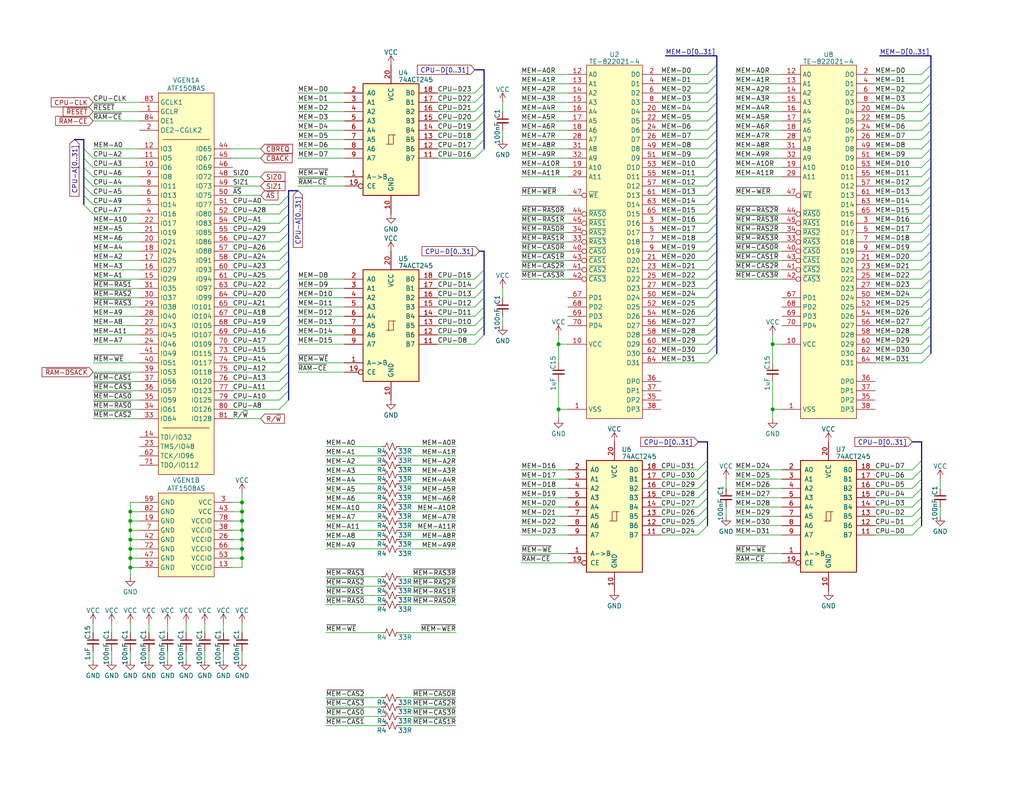
<source format=kicad_sch>
(kicad_sch (version 20230121) (generator eeschema)
  (paper "USLetter")
  (title_block (title "Wrap030-ATX Mainboard") (date "2023-03-26") (rev "1") (company "techav"))
  (junction (at 66.04 144.78))
  (junction (at 210.82 93.98))
  (junction (at 152.4 93.98))
  (junction (at 66.04 139.7))
  (junction (at 35.56 149.86))
  (junction (at 66.04 147.32))
  (junction (at 35.56 144.78))
  (junction (at 66.04 149.86))
  (junction (at 66.04 152.4))
  (junction (at 35.56 152.4))
  (junction (at 152.4 111.76))
  (junction (at 35.56 154.94))
  (junction (at 35.56 147.32))
  (junction (at 35.56 142.24))
  (junction (at 35.56 139.7))
  (junction (at 210.82 111.76))
  (junction (at 66.04 137.16))
  (junction (at 66.04 142.24))
  (bus_entry (at 251.46 143.51) (size -2.54 2.54))
  (bus_entry (at 195.58 43.18) (size -2.54 2.54))
  (bus_entry (at 193.04 143.51) (size -2.54 2.54))
  (bus_entry (at 195.58 71.12) (size -2.54 2.54))
  (bus_entry (at 78.74 86.36) (size -2.54 2.54))
  (bus_entry (at 254 20.32) (size -2.54 2.54))
  (bus_entry (at 251.46 125.73) (size -2.54 2.54))
  (bus_entry (at 132.08 83.82) (size -2.54 2.54))
  (bus_entry (at 195.58 73.66) (size -2.54 2.54))
  (bus_entry (at 254 40.64) (size -2.54 2.54))
  (bus_entry (at 78.74 93.98) (size -2.54 2.54))
  (bus_entry (at 254 81.28) (size -2.54 2.54))
  (bus_entry (at 254 43.18) (size -2.54 2.54))
  (bus_entry (at 193.04 138.43) (size -2.54 2.54))
  (bus_entry (at 193.04 128.27) (size -2.54 2.54))
  (bus_entry (at 193.04 133.35) (size -2.54 2.54))
  (bus_entry (at 78.74 58.42) (size -2.54 2.54))
  (bus_entry (at 22.86 43.18) (size 2.54 2.54))
  (bus_entry (at 254 38.1) (size -2.54 2.54))
  (bus_entry (at 254 68.58) (size -2.54 2.54))
  (bus_entry (at 78.74 88.9) (size -2.54 2.54))
  (bus_entry (at 254 71.12) (size -2.54 2.54))
  (bus_entry (at 78.74 53.34) (size -2.54 2.54))
  (bus_entry (at 254 58.42) (size -2.54 2.54))
  (bus_entry (at 22.86 40.64) (size 2.54 2.54))
  (bus_entry (at 254 35.56) (size -2.54 2.54))
  (bus_entry (at 195.58 91.44) (size -2.54 2.54))
  (bus_entry (at 78.74 91.44) (size -2.54 2.54))
  (bus_entry (at 254 86.36) (size -2.54 2.54))
  (bus_entry (at 195.58 33.02) (size -2.54 2.54))
  (bus_entry (at 254 33.02) (size -2.54 2.54))
  (bus_entry (at 195.58 30.48) (size -2.54 2.54))
  (bus_entry (at 132.08 81.28) (size -2.54 2.54))
  (bus_entry (at 195.58 45.72) (size -2.54 2.54))
  (bus_entry (at 195.58 66.04) (size -2.54 2.54))
  (bus_entry (at 251.46 138.43) (size -2.54 2.54))
  (bus_entry (at 254 63.5) (size -2.54 2.54))
  (bus_entry (at 193.04 140.97) (size -2.54 2.54))
  (bus_entry (at 132.08 22.86) (size -2.54 2.54))
  (bus_entry (at 78.74 99.06) (size -2.54 2.54))
  (bus_entry (at 78.74 66.04) (size -2.54 2.54))
  (bus_entry (at 78.74 71.12) (size -2.54 2.54))
  (bus_entry (at 78.74 55.88) (size -2.54 2.54))
  (bus_entry (at 254 93.98) (size -2.54 2.54))
  (bus_entry (at 254 88.9) (size -2.54 2.54))
  (bus_entry (at 78.74 106.68) (size -2.54 2.54))
  (bus_entry (at 132.08 38.1) (size -2.54 2.54))
  (bus_entry (at 78.74 101.6) (size -2.54 2.54))
  (bus_entry (at 132.08 40.64) (size -2.54 2.54))
  (bus_entry (at 22.86 53.34) (size 2.54 2.54))
  (bus_entry (at 193.04 135.89) (size -2.54 2.54))
  (bus_entry (at 195.58 60.96) (size -2.54 2.54))
  (bus_entry (at 251.46 133.35) (size -2.54 2.54))
  (bus_entry (at 195.58 88.9) (size -2.54 2.54))
  (bus_entry (at 78.74 73.66) (size -2.54 2.54))
  (bus_entry (at 254 73.66) (size -2.54 2.54))
  (bus_entry (at 132.08 88.9) (size -2.54 2.54))
  (bus_entry (at 195.58 25.4) (size -2.54 2.54))
  (bus_entry (at 254 91.44) (size -2.54 2.54))
  (bus_entry (at 78.74 76.2) (size -2.54 2.54))
  (bus_entry (at 251.46 140.97) (size -2.54 2.54))
  (bus_entry (at 78.74 63.5) (size -2.54 2.54))
  (bus_entry (at 254 45.72) (size -2.54 2.54))
  (bus_entry (at 254 66.04) (size -2.54 2.54))
  (bus_entry (at 22.86 48.26) (size 2.54 2.54))
  (bus_entry (at 78.74 78.74) (size -2.54 2.54))
  (bus_entry (at 78.74 83.82) (size -2.54 2.54))
  (bus_entry (at 254 83.82) (size -2.54 2.54))
  (bus_entry (at 195.58 78.74) (size -2.54 2.54))
  (bus_entry (at 132.08 76.2) (size -2.54 2.54))
  (bus_entry (at 22.86 55.88) (size 2.54 2.54))
  (bus_entry (at 254 96.52) (size -2.54 2.54))
  (bus_entry (at 195.58 86.36) (size -2.54 2.54))
  (bus_entry (at 254 25.4) (size -2.54 2.54))
  (bus_entry (at 195.58 96.52) (size -2.54 2.54))
  (bus_entry (at 132.08 30.48) (size -2.54 2.54))
  (bus_entry (at 254 17.78) (size -2.54 2.54))
  (bus_entry (at 254 55.88) (size -2.54 2.54))
  (bus_entry (at 78.74 104.14) (size -2.54 2.54))
  (bus_entry (at 254 48.26) (size -2.54 2.54))
  (bus_entry (at 195.58 93.98) (size -2.54 2.54))
  (bus_entry (at 254 78.74) (size -2.54 2.54))
  (bus_entry (at 193.04 130.81) (size -2.54 2.54))
  (bus_entry (at 195.58 53.34) (size -2.54 2.54))
  (bus_entry (at 78.74 68.58) (size -2.54 2.54))
  (bus_entry (at 254 76.2) (size -2.54 2.54))
  (bus_entry (at 195.58 55.88) (size -2.54 2.54))
  (bus_entry (at 195.58 38.1) (size -2.54 2.54))
  (bus_entry (at 251.46 128.27) (size -2.54 2.54))
  (bus_entry (at 132.08 27.94) (size -2.54 2.54))
  (bus_entry (at 22.86 45.72) (size 2.54 2.54))
  (bus_entry (at 254 30.48) (size -2.54 2.54))
  (bus_entry (at 251.46 135.89) (size -2.54 2.54))
  (bus_entry (at 195.58 76.2) (size -2.54 2.54))
  (bus_entry (at 78.74 60.96) (size -2.54 2.54))
  (bus_entry (at 195.58 27.94) (size -2.54 2.54))
  (bus_entry (at 193.04 125.73) (size -2.54 2.54))
  (bus_entry (at 254 27.94) (size -2.54 2.54))
  (bus_entry (at 132.08 91.44) (size -2.54 2.54))
  (bus_entry (at 195.58 68.58) (size -2.54 2.54))
  (bus_entry (at 195.58 63.5) (size -2.54 2.54))
  (bus_entry (at 195.58 81.28) (size -2.54 2.54))
  (bus_entry (at 254 22.86) (size -2.54 2.54))
  (bus_entry (at 22.86 50.8) (size 2.54 2.54))
  (bus_entry (at 78.74 96.52) (size -2.54 2.54))
  (bus_entry (at 254 50.8) (size -2.54 2.54))
  (bus_entry (at 195.58 83.82) (size -2.54 2.54))
  (bus_entry (at 251.46 130.81) (size -2.54 2.54))
  (bus_entry (at 195.58 17.78) (size -2.54 2.54))
  (bus_entry (at 78.74 81.28) (size -2.54 2.54))
  (bus_entry (at 195.58 48.26) (size -2.54 2.54))
  (bus_entry (at 78.74 109.22) (size -2.54 2.54))
  (bus_entry (at 254 60.96) (size -2.54 2.54))
  (bus_entry (at 195.58 50.8) (size -2.54 2.54))
  (bus_entry (at 132.08 78.74) (size -2.54 2.54))
  (bus_entry (at 132.08 73.66) (size -2.54 2.54))
  (bus_entry (at 132.08 86.36) (size -2.54 2.54))
  (bus_entry (at 132.08 33.02) (size -2.54 2.54))
  (bus_entry (at 254 53.34) (size -2.54 2.54))
  (bus_entry (at 132.08 25.4) (size -2.54 2.54))
  (bus_entry (at 195.58 22.86) (size -2.54 2.54))
  (bus_entry (at 195.58 58.42) (size -2.54 2.54))
  (bus_entry (at 132.08 35.56) (size -2.54 2.54))
  (bus_entry (at 195.58 40.64) (size -2.54 2.54))
  (bus_entry (at 195.58 20.32) (size -2.54 2.54))
  (bus_entry (at 195.58 35.56) (size -2.54 2.54))
  (bus (pts (xy 132.08 78.74) (xy 132.08 81.28)))
  (wire (pts (xy 124.46 132.08) (xy 109.22 132.08)))
  (wire (pts (xy 71.12 48.26) (xy 63.5 48.26)))
  (bus (pts (xy 78.74 106.68) (xy 78.74 109.22)))
  (wire (pts (xy 200.66 45.72) (xy 213.36 45.72)))
  (bus (pts (xy 195.58 63.5) (xy 195.58 66.04)))
  (wire (pts (xy 71.12 53.34) (xy 63.5 53.34)))
  (wire (pts (xy 238.76 135.89) (xy 248.92 135.89)))
  (wire (pts (xy 63.5 71.12) (xy 76.2 71.12)))
  (wire (pts (xy 63.5 78.74) (xy 76.2 78.74)))
  (wire (pts (xy 88.9 127) (xy 104.14 127)))
  (wire (pts (xy 200.66 43.18) (xy 213.36 43.18)))
  (wire (pts (xy 180.34 96.52) (xy 193.04 96.52)))
  (bus (pts (xy 195.58 15.24) (xy 195.58 17.78)))
  (wire (pts (xy 71.12 50.8) (xy 63.5 50.8)))
  (bus (pts (xy 78.74 101.6) (xy 78.74 104.14)))
  (wire (pts (xy 180.34 130.81) (xy 190.5 130.81)))
  (wire (pts (xy 25.4 50.8) (xy 38.1 50.8)))
  (wire (pts (xy 25.4 170.18) (xy 25.4 172.72)))
  (wire (pts (xy 238.76 146.05) (xy 248.92 146.05)))
  (wire (pts (xy 63.5 83.82) (xy 76.2 83.82)))
  (wire (pts (xy 124.46 127) (xy 109.22 127)))
  (wire (pts (xy 63.5 147.32) (xy 66.04 147.32)))
  (bus (pts (xy 78.74 104.14) (xy 78.74 106.68)))
  (wire (pts (xy 200.66 143.51) (xy 213.36 143.51)))
  (bus (pts (xy 78.74 66.04) (xy 78.74 68.58)))
  (wire (pts (xy 81.28 93.98) (xy 93.98 93.98)))
  (wire (pts (xy 60.96 170.18) (xy 60.96 172.72)))
  (wire (pts (xy 238.76 99.06) (xy 251.46 99.06)))
  (bus (pts (xy 195.58 81.28) (xy 195.58 83.82)))
  (wire (pts (xy 200.66 140.97) (xy 213.36 140.97)))
  (wire (pts (xy 88.9 132.08) (xy 104.14 132.08)))
  (wire (pts (xy 198.12 140.97) (xy 198.12 138.43)))
  (bus (pts (xy 254 91.44) (xy 254 93.98)))
  (wire (pts (xy 124.46 137.16) (xy 109.22 137.16)))
  (wire (pts (xy 142.24 30.48) (xy 154.94 30.48)))
  (bus (pts (xy 254 35.56) (xy 254 38.1)))
  (wire (pts (xy 180.34 35.56) (xy 193.04 35.56)))
  (wire (pts (xy 238.76 138.43) (xy 248.92 138.43)))
  (bus (pts (xy 22.86 38.1) (xy 20.32 38.1)))
  (wire (pts (xy 81.28 33.02) (xy 93.98 33.02)))
  (wire (pts (xy 142.24 25.4) (xy 154.94 25.4)))
  (wire (pts (xy 30.48 170.18) (xy 30.48 172.72)))
  (bus (pts (xy 132.08 35.56) (xy 132.08 38.1)))
  (wire (pts (xy 25.4 60.96) (xy 38.1 60.96)))
  (wire (pts (xy 200.66 133.35) (xy 213.36 133.35)))
  (bus (pts (xy 251.46 125.73) (xy 251.46 128.27)))
  (wire (pts (xy 152.4 99.06) (xy 152.4 93.98)))
  (bus (pts (xy 240.03 15.24) (xy 254 15.24)))
  (wire (pts (xy 63.5 88.9) (xy 76.2 88.9)))
  (bus (pts (xy 251.46 135.89) (xy 251.46 138.43)))
  (bus (pts (xy 254 50.8) (xy 254 53.34)))
  (bus (pts (xy 22.86 53.34) (xy 22.86 55.88)))
  (bus (pts (xy 78.74 52.07) (xy 81.28 52.07)))
  (wire (pts (xy 137.16 27.94) (xy 137.16 30.48)))
  (wire (pts (xy 142.24 68.58) (xy 154.94 68.58)))
  (wire (pts (xy 25.4 111.76) (xy 38.1 111.76)))
  (wire (pts (xy 63.5 142.24) (xy 66.04 142.24)))
  (wire (pts (xy 63.5 149.86) (xy 66.04 149.86)))
  (wire (pts (xy 142.24 35.56) (xy 154.94 35.56)))
  (wire (pts (xy 63.5 76.2) (xy 76.2 76.2)))
  (wire (pts (xy 81.28 35.56) (xy 93.98 35.56)))
  (bus (pts (xy 78.74 81.28) (xy 78.74 83.82)))
  (bus (pts (xy 254 27.94) (xy 254 30.48)))
  (bus (pts (xy 254 93.98) (xy 254 96.52)))
  (wire (pts (xy 142.24 133.35) (xy 154.94 133.35)))
  (wire (pts (xy 25.4 43.18) (xy 38.1 43.18)))
  (wire (pts (xy 238.76 76.2) (xy 251.46 76.2)))
  (bus (pts (xy 78.74 53.34) (xy 78.74 55.88)))
  (wire (pts (xy 63.5 96.52) (xy 76.2 96.52)))
  (wire (pts (xy 180.34 133.35) (xy 190.5 133.35)))
  (wire (pts (xy 63.5 91.44) (xy 76.2 91.44)))
  (bus (pts (xy 195.58 48.26) (xy 195.58 50.8)))
  (wire (pts (xy 88.9 165.1) (xy 104.14 165.1)))
  (wire (pts (xy 88.9 149.86) (xy 104.14 149.86)))
  (bus (pts (xy 78.74 96.52) (xy 78.74 99.06)))
  (wire (pts (xy 66.04 144.78) (xy 66.04 147.32)))
  (wire (pts (xy 25.4 104.14) (xy 38.1 104.14)))
  (wire (pts (xy 180.34 66.04) (xy 193.04 66.04)))
  (wire (pts (xy 35.56 142.24) (xy 35.56 144.78)))
  (wire (pts (xy 200.66 25.4) (xy 213.36 25.4)))
  (wire (pts (xy 238.76 68.58) (xy 251.46 68.58)))
  (wire (pts (xy 25.4 93.98) (xy 38.1 93.98)))
  (bus (pts (xy 254 68.58) (xy 254 71.12)))
  (wire (pts (xy 119.38 91.44) (xy 129.54 91.44)))
  (wire (pts (xy 142.24 38.1) (xy 154.94 38.1)))
  (wire (pts (xy 119.38 43.18) (xy 129.54 43.18)))
  (wire (pts (xy 35.56 152.4) (xy 38.1 152.4)))
  (wire (pts (xy 238.76 83.82) (xy 251.46 83.82)))
  (wire (pts (xy 238.76 55.88) (xy 251.46 55.88)))
  (wire (pts (xy 142.24 73.66) (xy 154.94 73.66)))
  (wire (pts (xy 25.4 40.64) (xy 38.1 40.64)))
  (wire (pts (xy 137.16 38.1) (xy 137.16 35.56)))
  (bus (pts (xy 251.46 120.65) (xy 251.46 125.73)))
  (wire (pts (xy 63.5 152.4) (xy 66.04 152.4)))
  (wire (pts (xy 180.34 143.51) (xy 190.5 143.51)))
  (wire (pts (xy 88.9 147.32) (xy 104.14 147.32)))
  (wire (pts (xy 200.66 53.34) (xy 213.36 53.34)))
  (bus (pts (xy 132.08 30.48) (xy 132.08 33.02)))
  (wire (pts (xy 124.46 124.46) (xy 109.22 124.46)))
  (bus (pts (xy 254 48.26) (xy 254 50.8)))
  (wire (pts (xy 63.5 99.06) (xy 76.2 99.06)))
  (wire (pts (xy 124.46 134.62) (xy 109.22 134.62)))
  (wire (pts (xy 180.34 27.94) (xy 193.04 27.94)))
  (wire (pts (xy 180.34 81.28) (xy 193.04 81.28)))
  (wire (pts (xy 180.34 83.82) (xy 193.04 83.82)))
  (wire (pts (xy 124.46 190.5) (xy 109.22 190.5)))
  (wire (pts (xy 119.38 76.2) (xy 129.54 76.2)))
  (wire (pts (xy 210.82 99.06) (xy 210.82 93.98)))
  (wire (pts (xy 25.4 91.44) (xy 38.1 91.44)))
  (bus (pts (xy 22.86 48.26) (xy 22.86 50.8)))
  (bus (pts (xy 132.08 76.2) (xy 132.08 78.74)))
  (bus (pts (xy 195.58 91.44) (xy 195.58 93.98)))
  (bus (pts (xy 129.54 19.05) (xy 132.08 19.05)))
  (wire (pts (xy 180.34 93.98) (xy 193.04 93.98)))
  (bus (pts (xy 254 66.04) (xy 254 68.58)))
  (wire (pts (xy 238.76 143.51) (xy 248.92 143.51)))
  (bus (pts (xy 132.08 81.28) (xy 132.08 83.82)))
  (bus (pts (xy 195.58 60.96) (xy 195.58 63.5)))
  (wire (pts (xy 119.38 35.56) (xy 129.54 35.56)))
  (bus (pts (xy 195.58 53.34) (xy 195.58 55.88)))
  (wire (pts (xy 88.9 190.5) (xy 104.14 190.5)))
  (wire (pts (xy 238.76 130.81) (xy 248.92 130.81)))
  (wire (pts (xy 63.5 109.22) (xy 76.2 109.22)))
  (wire (pts (xy 200.66 135.89) (xy 213.36 135.89)))
  (wire (pts (xy 200.66 35.56) (xy 213.36 35.56)))
  (wire (pts (xy 81.28 27.94) (xy 93.98 27.94)))
  (bus (pts (xy 132.08 27.94) (xy 132.08 30.48)))
  (wire (pts (xy 124.46 160.02) (xy 109.22 160.02)))
  (wire (pts (xy 124.46 198.12) (xy 109.22 198.12)))
  (wire (pts (xy 25.4 33.02) (xy 38.1 33.02)))
  (wire (pts (xy 119.38 93.98) (xy 129.54 93.98)))
  (bus (pts (xy 254 30.48) (xy 254 33.02)))
  (wire (pts (xy 63.5 86.36) (xy 76.2 86.36)))
  (wire (pts (xy 238.76 66.04) (xy 251.46 66.04)))
  (wire (pts (xy 35.56 137.16) (xy 38.1 137.16)))
  (wire (pts (xy 25.4 109.22) (xy 38.1 109.22)))
  (wire (pts (xy 180.34 48.26) (xy 193.04 48.26)))
  (wire (pts (xy 180.34 128.27) (xy 190.5 128.27)))
  (wire (pts (xy 180.34 140.97) (xy 190.5 140.97)))
  (bus (pts (xy 254 78.74) (xy 254 81.28)))
  (wire (pts (xy 198.12 130.81) (xy 198.12 133.35)))
  (bus (pts (xy 254 88.9) (xy 254 91.44)))
  (bus (pts (xy 193.04 135.89) (xy 193.04 138.43)))
  (bus (pts (xy 193.04 140.97) (xy 193.04 143.51)))
  (wire (pts (xy 142.24 153.67) (xy 154.94 153.67)))
  (bus (pts (xy 195.58 86.36) (xy 195.58 88.9)))
  (wire (pts (xy 25.4 88.9) (xy 38.1 88.9)))
  (wire (pts (xy 88.9 121.92) (xy 104.14 121.92)))
  (wire (pts (xy 25.4 30.48) (xy 38.1 30.48)))
  (bus (pts (xy 195.58 73.66) (xy 195.58 76.2)))
  (wire (pts (xy 35.56 142.24) (xy 38.1 142.24)))
  (wire (pts (xy 88.9 144.78) (xy 104.14 144.78)))
  (wire (pts (xy 210.82 91.44) (xy 210.82 93.98)))
  (wire (pts (xy 50.8 170.18) (xy 50.8 172.72)))
  (wire (pts (xy 238.76 78.74) (xy 251.46 78.74)))
  (bus (pts (xy 22.86 50.8) (xy 22.86 53.34)))
  (wire (pts (xy 142.24 33.02) (xy 154.94 33.02)))
  (wire (pts (xy 63.5 55.88) (xy 76.2 55.88)))
  (wire (pts (xy 180.34 60.96) (xy 193.04 60.96)))
  (wire (pts (xy 63.5 154.94) (xy 66.04 154.94)))
  (bus (pts (xy 195.58 88.9) (xy 195.58 91.44)))
  (wire (pts (xy 35.56 180.34) (xy 35.56 177.8)))
  (wire (pts (xy 238.76 53.34) (xy 251.46 53.34)))
  (wire (pts (xy 142.24 66.04) (xy 154.94 66.04)))
  (wire (pts (xy 180.34 146.05) (xy 190.5 146.05)))
  (wire (pts (xy 200.66 68.58) (xy 213.36 68.58)))
  (wire (pts (xy 142.24 135.89) (xy 154.94 135.89)))
  (bus (pts (xy 78.74 76.2) (xy 78.74 78.74)))
  (bus (pts (xy 195.58 22.86) (xy 195.58 25.4)))
  (bus (pts (xy 254 25.4) (xy 254 27.94)))
  (wire (pts (xy 142.24 22.86) (xy 154.94 22.86)))
  (wire (pts (xy 25.4 55.88) (xy 38.1 55.88)))
  (wire (pts (xy 137.16 88.9) (xy 137.16 86.36)))
  (wire (pts (xy 25.4 76.2) (xy 38.1 76.2)))
  (wire (pts (xy 63.5 60.96) (xy 76.2 60.96)))
  (wire (pts (xy 152.4 93.98) (xy 154.94 93.98)))
  (wire (pts (xy 81.28 43.18) (xy 93.98 43.18)))
  (wire (pts (xy 200.66 60.96) (xy 213.36 60.96)))
  (wire (pts (xy 238.76 133.35) (xy 248.92 133.35)))
  (wire (pts (xy 119.38 27.94) (xy 129.54 27.94)))
  (wire (pts (xy 66.04 134.62) (xy 66.04 137.16)))
  (wire (pts (xy 66.04 139.7) (xy 66.04 142.24)))
  (wire (pts (xy 88.9 195.58) (xy 104.14 195.58)))
  (wire (pts (xy 25.4 68.58) (xy 38.1 68.58)))
  (wire (pts (xy 124.46 193.04) (xy 109.22 193.04)))
  (wire (pts (xy 200.66 63.5) (xy 213.36 63.5)))
  (wire (pts (xy 180.34 45.72) (xy 193.04 45.72)))
  (wire (pts (xy 142.24 146.05) (xy 154.94 146.05)))
  (wire (pts (xy 200.66 151.13) (xy 213.36 151.13)))
  (wire (pts (xy 238.76 73.66) (xy 251.46 73.66)))
  (wire (pts (xy 119.38 30.48) (xy 129.54 30.48)))
  (wire (pts (xy 137.16 78.74) (xy 137.16 81.28)))
  (wire (pts (xy 238.76 128.27) (xy 248.92 128.27)))
  (wire (pts (xy 88.9 160.02) (xy 104.14 160.02)))
  (bus (pts (xy 195.58 71.12) (xy 195.58 73.66)))
  (wire (pts (xy 180.34 30.48) (xy 193.04 30.48)))
  (wire (pts (xy 25.4 73.66) (xy 38.1 73.66)))
  (wire (pts (xy 180.34 58.42) (xy 193.04 58.42)))
  (bus (pts (xy 254 22.86) (xy 254 25.4)))
  (wire (pts (xy 119.38 40.64) (xy 129.54 40.64)))
  (wire (pts (xy 238.76 48.26) (xy 251.46 48.26)))
  (wire (pts (xy 25.4 86.36) (xy 38.1 86.36)))
  (wire (pts (xy 63.5 73.66) (xy 76.2 73.66)))
  (wire (pts (xy 81.28 101.6) (xy 93.98 101.6)))
  (wire (pts (xy 238.76 140.97) (xy 248.92 140.97)))
  (bus (pts (xy 132.08 22.86) (xy 132.08 25.4)))
  (wire (pts (xy 25.4 66.04) (xy 38.1 66.04)))
  (wire (pts (xy 81.28 50.8) (xy 93.98 50.8)))
  (bus (pts (xy 254 38.1) (xy 254 40.64)))
  (wire (pts (xy 124.46 149.86) (xy 109.22 149.86)))
  (wire (pts (xy 25.4 48.26) (xy 38.1 48.26)))
  (bus (pts (xy 22.86 38.1) (xy 22.86 40.64)))
  (wire (pts (xy 81.28 25.4) (xy 93.98 25.4)))
  (wire (pts (xy 142.24 40.64) (xy 154.94 40.64)))
  (bus (pts (xy 193.04 133.35) (xy 193.04 135.89)))
  (wire (pts (xy 124.46 147.32) (xy 109.22 147.32)))
  (bus (pts (xy 254 73.66) (xy 254 76.2)))
  (bus (pts (xy 22.86 45.72) (xy 22.86 48.26)))
  (wire (pts (xy 25.4 63.5) (xy 38.1 63.5)))
  (bus (pts (xy 78.74 88.9) (xy 78.74 91.44)))
  (wire (pts (xy 210.82 104.14) (xy 210.82 111.76)))
  (wire (pts (xy 25.4 27.94) (xy 38.1 27.94)))
  (wire (pts (xy 256.54 130.81) (xy 256.54 133.35)))
  (wire (pts (xy 119.38 33.02) (xy 129.54 33.02)))
  (bus (pts (xy 132.08 25.4) (xy 132.08 27.94)))
  (bus (pts (xy 254 17.78) (xy 254 20.32)))
  (wire (pts (xy 256.54 140.97) (xy 256.54 138.43)))
  (bus (pts (xy 195.58 27.94) (xy 195.58 30.48)))
  (wire (pts (xy 40.64 170.18) (xy 40.64 172.72)))
  (bus (pts (xy 195.58 78.74) (xy 195.58 81.28)))
  (wire (pts (xy 88.9 142.24) (xy 104.14 142.24)))
  (bus (pts (xy 254 20.32) (xy 254 22.86)))
  (bus (pts (xy 254 58.42) (xy 254 60.96)))
  (bus (pts (xy 195.58 40.64) (xy 195.58 43.18)))
  (wire (pts (xy 238.76 63.5) (xy 251.46 63.5)))
  (bus (pts (xy 78.74 63.5) (xy 78.74 66.04)))
  (wire (pts (xy 238.76 35.56) (xy 251.46 35.56)))
  (wire (pts (xy 119.38 88.9) (xy 129.54 88.9)))
  (wire (pts (xy 200.66 38.1) (xy 213.36 38.1)))
  (wire (pts (xy 25.4 81.28) (xy 38.1 81.28)))
  (wire (pts (xy 142.24 128.27) (xy 154.94 128.27)))
  (bus (pts (xy 195.58 33.02) (xy 195.58 35.56)))
  (wire (pts (xy 213.36 111.76) (xy 210.82 111.76)))
  (wire (pts (xy 63.5 58.42) (xy 76.2 58.42)))
  (wire (pts (xy 71.12 43.18) (xy 63.5 43.18)))
  (bus (pts (xy 195.58 17.78) (xy 195.58 20.32)))
  (wire (pts (xy 71.12 114.3) (xy 63.5 114.3)))
  (wire (pts (xy 200.66 58.42) (xy 213.36 58.42)))
  (wire (pts (xy 238.76 43.18) (xy 251.46 43.18)))
  (wire (pts (xy 200.66 40.64) (xy 213.36 40.64)))
  (bus (pts (xy 254 15.24) (xy 254 17.78)))
  (wire (pts (xy 142.24 130.81) (xy 154.94 130.81)))
  (bus (pts (xy 193.04 120.65) (xy 193.04 125.73)))
  (bus (pts (xy 132.08 33.02) (xy 132.08 35.56)))
  (wire (pts (xy 55.88 180.34) (xy 55.88 177.8)))
  (wire (pts (xy 210.82 111.76) (xy 210.82 114.3)))
  (wire (pts (xy 238.76 91.44) (xy 251.46 91.44)))
  (bus (pts (xy 195.58 93.98) (xy 195.58 96.52)))
  (wire (pts (xy 142.24 20.32) (xy 154.94 20.32)))
  (wire (pts (xy 200.66 30.48) (xy 213.36 30.48)))
  (wire (pts (xy 25.4 99.06) (xy 38.1 99.06)))
  (wire (pts (xy 45.72 170.18) (xy 45.72 172.72)))
  (bus (pts (xy 78.74 91.44) (xy 78.74 93.98)))
  (wire (pts (xy 124.46 142.24) (xy 109.22 142.24)))
  (wire (pts (xy 180.34 135.89) (xy 190.5 135.89)))
  (bus (pts (xy 78.74 93.98) (xy 78.74 96.52)))
  (wire (pts (xy 81.28 86.36) (xy 93.98 86.36)))
  (wire (pts (xy 200.66 20.32) (xy 213.36 20.32)))
  (wire (pts (xy 238.76 25.4) (xy 251.46 25.4)))
  (wire (pts (xy 180.34 68.58) (xy 193.04 68.58)))
  (wire (pts (xy 180.34 43.18) (xy 193.04 43.18)))
  (bus (pts (xy 78.74 60.96) (xy 78.74 63.5)))
  (wire (pts (xy 142.24 63.5) (xy 154.94 63.5)))
  (bus (pts (xy 254 55.88) (xy 254 58.42)))
  (wire (pts (xy 25.4 58.42) (xy 38.1 58.42)))
  (wire (pts (xy 142.24 53.34) (xy 154.94 53.34)))
  (bus (pts (xy 251.46 130.81) (xy 251.46 133.35)))
  (wire (pts (xy 200.66 153.67) (xy 213.36 153.67)))
  (wire (pts (xy 25.4 71.12) (xy 38.1 71.12)))
  (wire (pts (xy 119.38 78.74) (xy 129.54 78.74)))
  (wire (pts (xy 238.76 45.72) (xy 251.46 45.72)))
  (wire (pts (xy 142.24 48.26) (xy 154.94 48.26)))
  (wire (pts (xy 142.24 71.12) (xy 154.94 71.12)))
  (bus (pts (xy 195.58 55.88) (xy 195.58 58.42)))
  (wire (pts (xy 66.04 142.24) (xy 66.04 144.78)))
  (bus (pts (xy 251.46 128.27) (xy 251.46 130.81)))
  (bus (pts (xy 132.08 83.82) (xy 132.08 86.36)))
  (wire (pts (xy 142.24 60.96) (xy 154.94 60.96)))
  (wire (pts (xy 66.04 149.86) (xy 66.04 152.4)))
  (wire (pts (xy 180.34 73.66) (xy 193.04 73.66)))
  (wire (pts (xy 63.5 139.7) (xy 66.04 139.7)))
  (bus (pts (xy 193.04 130.81) (xy 193.04 133.35)))
  (wire (pts (xy 63.5 137.16) (xy 66.04 137.16)))
  (bus (pts (xy 78.74 55.88) (xy 78.74 58.42)))
  (bus (pts (xy 78.74 68.58) (xy 78.74 71.12)))
  (wire (pts (xy 119.38 38.1) (xy 129.54 38.1)))
  (wire (pts (xy 35.56 154.94) (xy 38.1 154.94)))
  (wire (pts (xy 119.38 81.28) (xy 129.54 81.28)))
  (bus (pts (xy 132.08 88.9) (xy 132.08 91.44)))
  (bus (pts (xy 195.58 45.72) (xy 195.58 48.26)))
  (bus (pts (xy 195.58 68.58) (xy 195.58 71.12)))
  (wire (pts (xy 142.24 27.94) (xy 154.94 27.94)))
  (wire (pts (xy 238.76 50.8) (xy 251.46 50.8)))
  (wire (pts (xy 238.76 30.48) (xy 251.46 30.48)))
  (wire (pts (xy 81.28 88.9) (xy 93.98 88.9)))
  (wire (pts (xy 180.34 78.74) (xy 193.04 78.74)))
  (bus (pts (xy 195.58 43.18) (xy 195.58 45.72)))
  (bus (pts (xy 22.86 40.64) (xy 22.86 43.18)))
  (bus (pts (xy 195.58 30.48) (xy 195.58 33.02)))
  (bus (pts (xy 78.74 83.82) (xy 78.74 86.36)))
  (wire (pts (xy 35.56 147.32) (xy 38.1 147.32)))
  (wire (pts (xy 81.28 91.44) (xy 93.98 91.44)))
  (wire (pts (xy 88.9 139.7) (xy 104.14 139.7)))
  (bus (pts (xy 195.58 66.04) (xy 195.58 68.58)))
  (wire (pts (xy 63.5 111.76) (xy 76.2 111.76)))
  (wire (pts (xy 63.5 101.6) (xy 76.2 101.6)))
  (wire (pts (xy 50.8 180.34) (xy 50.8 177.8)))
  (wire (pts (xy 238.76 86.36) (xy 251.46 86.36)))
  (wire (pts (xy 238.76 81.28) (xy 251.46 81.28)))
  (wire (pts (xy 35.56 137.16) (xy 35.56 139.7)))
  (wire (pts (xy 142.24 45.72) (xy 154.94 45.72)))
  (wire (pts (xy 180.34 50.8) (xy 193.04 50.8)))
  (wire (pts (xy 210.82 93.98) (xy 213.36 93.98)))
  (bus (pts (xy 78.74 52.07) (xy 78.74 53.34)))
  (wire (pts (xy 55.88 170.18) (xy 55.88 172.72)))
  (bus (pts (xy 195.58 83.82) (xy 195.58 86.36)))
  (wire (pts (xy 88.9 198.12) (xy 104.14 198.12)))
  (wire (pts (xy 63.5 106.68) (xy 76.2 106.68)))
  (bus (pts (xy 248.92 120.65) (xy 251.46 120.65)))
  (bus (pts (xy 254 76.2) (xy 254 78.74)))
  (wire (pts (xy 238.76 60.96) (xy 251.46 60.96)))
  (wire (pts (xy 180.34 88.9) (xy 193.04 88.9)))
  (wire (pts (xy 180.34 38.1) (xy 193.04 38.1)))
  (bus (pts (xy 254 71.12) (xy 254 73.66)))
  (wire (pts (xy 180.34 53.34) (xy 193.04 53.34)))
  (bus (pts (xy 254 83.82) (xy 254 86.36)))
  (bus (pts (xy 78.74 99.06) (xy 78.74 101.6)))
  (wire (pts (xy 180.34 55.88) (xy 193.04 55.88)))
  (bus (pts (xy 78.74 78.74) (xy 78.74 81.28)))
  (wire (pts (xy 35.56 149.86) (xy 38.1 149.86)))
  (wire (pts (xy 238.76 96.52) (xy 251.46 96.52)))
  (bus (pts (xy 132.08 19.05) (xy 132.08 22.86)))
  (wire (pts (xy 180.34 63.5) (xy 193.04 63.5)))
  (wire (pts (xy 25.4 114.3) (xy 38.1 114.3)))
  (bus (pts (xy 251.46 140.97) (xy 251.46 143.51)))
  (wire (pts (xy 180.34 22.86) (xy 193.04 22.86)))
  (wire (pts (xy 35.56 144.78) (xy 38.1 144.78)))
  (wire (pts (xy 88.9 157.48) (xy 104.14 157.48)))
  (wire (pts (xy 119.38 25.4) (xy 129.54 25.4)))
  (wire (pts (xy 142.24 76.2) (xy 154.94 76.2)))
  (wire (pts (xy 124.46 129.54) (xy 109.22 129.54)))
  (wire (pts (xy 124.46 165.1) (xy 109.22 165.1)))
  (wire (pts (xy 238.76 58.42) (xy 251.46 58.42)))
  (wire (pts (xy 81.28 78.74) (xy 93.98 78.74)))
  (wire (pts (xy 63.5 104.14) (xy 76.2 104.14)))
  (bus (pts (xy 78.74 71.12) (xy 78.74 73.66)))
  (bus (pts (xy 132.08 38.1) (xy 132.08 40.64)))
  (wire (pts (xy 180.34 33.02) (xy 193.04 33.02)))
  (bus (pts (xy 195.58 25.4) (xy 195.58 27.94)))
  (wire (pts (xy 88.9 137.16) (xy 104.14 137.16)))
  (wire (pts (xy 238.76 71.12) (xy 251.46 71.12)))
  (wire (pts (xy 142.24 43.18) (xy 154.94 43.18)))
  (wire (pts (xy 88.9 124.46) (xy 104.14 124.46)))
  (wire (pts (xy 142.24 151.13) (xy 154.94 151.13)))
  (bus (pts (xy 78.74 58.42) (xy 78.74 60.96)))
  (bus (pts (xy 130.81 68.58) (xy 132.08 68.58)))
  (wire (pts (xy 154.94 111.76) (xy 152.4 111.76)))
  (wire (pts (xy 238.76 27.94) (xy 251.46 27.94)))
  (wire (pts (xy 119.38 83.82) (xy 129.54 83.82)))
  (bus (pts (xy 254 40.64) (xy 254 43.18)))
  (bus (pts (xy 195.58 58.42) (xy 195.58 60.96)))
  (wire (pts (xy 35.56 139.7) (xy 38.1 139.7)))
  (wire (pts (xy 88.9 134.62) (xy 104.14 134.62)))
  (wire (pts (xy 124.46 157.48) (xy 109.22 157.48)))
  (wire (pts (xy 180.34 25.4) (xy 193.04 25.4)))
  (wire (pts (xy 142.24 140.97) (xy 154.94 140.97)))
  (wire (pts (xy 88.9 193.04) (xy 104.14 193.04)))
  (wire (pts (xy 180.34 40.64) (xy 193.04 40.64)))
  (wire (pts (xy 81.28 30.48) (xy 93.98 30.48)))
  (bus (pts (xy 195.58 50.8) (xy 195.58 53.34)))
  (wire (pts (xy 66.04 147.32) (xy 66.04 149.86)))
  (bus (pts (xy 254 33.02) (xy 254 35.56)))
  (bus (pts (xy 254 53.34) (xy 254 55.88)))
  (wire (pts (xy 81.28 83.82) (xy 93.98 83.82)))
  (wire (pts (xy 35.56 152.4) (xy 35.56 154.94)))
  (wire (pts (xy 35.56 139.7) (xy 35.56 142.24)))
  (wire (pts (xy 200.66 27.94) (xy 213.36 27.94)))
  (wire (pts (xy 25.4 106.68) (xy 38.1 106.68)))
  (bus (pts (xy 254 86.36) (xy 254 88.9)))
  (wire (pts (xy 180.34 91.44) (xy 193.04 91.44)))
  (wire (pts (xy 124.46 121.92) (xy 109.22 121.92)))
  (wire (pts (xy 88.9 172.72) (xy 104.14 172.72)))
  (wire (pts (xy 71.12 40.64) (xy 63.5 40.64)))
  (wire (pts (xy 200.66 48.26) (xy 213.36 48.26)))
  (wire (pts (xy 81.28 99.06) (xy 93.98 99.06)))
  (wire (pts (xy 25.4 78.74) (xy 38.1 78.74)))
  (wire (pts (xy 200.66 71.12) (xy 213.36 71.12)))
  (bus (pts (xy 195.58 76.2) (xy 195.58 78.74)))
  (wire (pts (xy 180.34 99.06) (xy 193.04 99.06)))
  (wire (pts (xy 66.04 137.16) (xy 66.04 139.7)))
  (wire (pts (xy 238.76 38.1) (xy 251.46 38.1)))
  (wire (pts (xy 238.76 88.9) (xy 251.46 88.9)))
  (wire (pts (xy 66.04 152.4) (xy 66.04 154.94)))
  (bus (pts (xy 190.5 120.65) (xy 193.04 120.65)))
  (wire (pts (xy 35.56 149.86) (xy 35.56 152.4)))
  (wire (pts (xy 88.9 129.54) (xy 104.14 129.54)))
  (wire (pts (xy 35.56 144.78) (xy 35.56 147.32)))
  (wire (pts (xy 200.66 130.81) (xy 213.36 130.81)))
  (wire (pts (xy 25.4 45.72) (xy 38.1 45.72)))
  (wire (pts (xy 152.4 104.14) (xy 152.4 111.76)))
  (wire (pts (xy 63.5 68.58) (xy 76.2 68.58)))
  (wire (pts (xy 25.4 53.34) (xy 38.1 53.34)))
  (bus (pts (xy 254 45.72) (xy 254 48.26)))
  (bus (pts (xy 193.04 128.27) (xy 193.04 130.81)))
  (wire (pts (xy 200.66 22.86) (xy 213.36 22.86)))
  (bus (pts (xy 254 43.18) (xy 254 45.72)))
  (wire (pts (xy 81.28 40.64) (xy 93.98 40.64)))
  (wire (pts (xy 124.46 139.7) (xy 109.22 139.7)))
  (wire (pts (xy 88.9 162.56) (xy 104.14 162.56)))
  (wire (pts (xy 45.72 180.34) (xy 45.72 177.8)))
  (bus (pts (xy 251.46 133.35) (xy 251.46 135.89)))
  (wire (pts (xy 124.46 162.56) (xy 109.22 162.56)))
  (wire (pts (xy 200.66 128.27) (xy 213.36 128.27)))
  (wire (pts (xy 152.4 111.76) (xy 152.4 114.3)))
  (bus (pts (xy 78.74 86.36) (xy 78.74 88.9)))
  (bus (pts (xy 195.58 20.32) (xy 195.58 22.86)))
  (wire (pts (xy 180.34 86.36) (xy 193.04 86.36)))
  (wire (pts (xy 66.04 180.34) (xy 66.04 177.8)))
  (wire (pts (xy 200.66 66.04) (xy 213.36 66.04)))
  (wire (pts (xy 180.34 20.32) (xy 193.04 20.32)))
  (wire (pts (xy 63.5 66.04) (xy 76.2 66.04)))
  (wire (pts (xy 124.46 144.78) (xy 109.22 144.78)))
  (bus (pts (xy 78.74 73.66) (xy 78.74 76.2)))
  (wire (pts (xy 142.24 58.42) (xy 154.94 58.42)))
  (wire (pts (xy 35.56 147.32) (xy 35.56 149.86)))
  (wire (pts (xy 180.34 138.43) (xy 190.5 138.43)))
  (bus (pts (xy 254 60.96) (xy 254 63.5)))
  (wire (pts (xy 81.28 76.2) (xy 93.98 76.2)))
  (bus (pts (xy 251.46 138.43) (xy 251.46 140.97)))
  (bus (pts (xy 193.04 138.43) (xy 193.04 140.97)))
  (wire (pts (xy 238.76 40.64) (xy 251.46 40.64)))
  (wire (pts (xy 142.24 143.51) (xy 154.94 143.51)))
  (wire (pts (xy 200.66 138.43) (xy 213.36 138.43)))
  (wire (pts (xy 200.66 146.05) (xy 213.36 146.05)))
  (bus (pts (xy 181.61 15.24) (xy 195.58 15.24)))
  (bus (pts (xy 195.58 35.56) (xy 195.58 38.1)))
  (bus (pts (xy 22.86 43.18) (xy 22.86 45.72)))
  (bus (pts (xy 254 63.5) (xy 254 66.04)))
  (wire (pts (xy 25.4 101.6) (xy 38.1 101.6)))
  (wire (pts (xy 60.96 180.34) (xy 60.96 177.8)))
  (wire (pts (xy 35.56 170.18) (xy 35.56 172.72)))
  (wire (pts (xy 25.4 180.34) (xy 25.4 177.8)))
  (wire (pts (xy 124.46 172.72) (xy 109.22 172.72)))
  (wire (pts (xy 63.5 81.28) (xy 76.2 81.28)))
  (wire (pts (xy 180.34 71.12) (xy 193.04 71.12)))
  (bus (pts (xy 254 81.28) (xy 254 83.82)))
  (wire (pts (xy 63.5 144.78) (xy 66.04 144.78)))
  (wire (pts (xy 238.76 33.02) (xy 251.46 33.02)))
  (wire (pts (xy 124.46 195.58) (xy 109.22 195.58)))
  (wire (pts (xy 63.5 93.98) (xy 76.2 93.98)))
  (wire (pts (xy 30.48 180.34) (xy 30.48 177.8)))
  (wire (pts (xy 35.56 154.94) (xy 35.56 157.48)))
  (wire (pts (xy 119.38 86.36) (xy 129.54 86.36)))
  (wire (pts (xy 66.04 170.18) (xy 66.04 172.72)))
  (bus (pts (xy 193.04 125.73) (xy 193.04 128.27)))
  (wire (pts (xy 40.64 180.34) (xy 40.64 177.8)))
  (wire (pts (xy 238.76 93.98) (xy 251.46 93.98)))
  (wire (pts (xy 81.28 81.28) (xy 93.98 81.28)))
  (wire (pts (xy 238.76 22.86) (xy 251.46 22.86)))
  (wire (pts (xy 63.5 63.5) (xy 76.2 63.5)))
  (wire (pts (xy 180.34 76.2) (xy 193.04 76.2)))
  (wire (pts (xy 238.76 20.32) (xy 251.46 20.32)))
  (wire (pts (xy 152.4 91.44) (xy 152.4 93.98)))
  (wire (pts (xy 200.66 73.66) (xy 213.36 73.66)))
  (bus (pts (xy 132.08 73.66) (xy 132.08 76.2)))
  (bus (pts (xy 132.08 86.36) (xy 132.08 88.9)))
  (bus (pts (xy 132.08 68.58) (xy 132.08 73.66)))
  (bus (pts (xy 195.58 38.1) (xy 195.58 40.64)))
  (wire (pts (xy 200.66 76.2) (xy 213.36 76.2)))
  (wire (pts (xy 200.66 33.02) (xy 213.36 33.02)))
  (wire (pts (xy 142.24 138.43) (xy 154.94 138.43)))
  (wire (pts (xy 81.28 38.1) (xy 93.98 38.1)))
  (wire (pts (xy 81.28 48.26) (xy 93.98 48.26)))
  (wire (pts (xy 25.4 83.82) (xy 38.1 83.82)))
  (label "CPU-D21" (at 119.38 30.48 0))
  (label "MEM-D31" (at 200.66 146.05 0))
  (label "MEM-D16" (at 180.34 60.96 0))
  (label "MEM-D9" (at 180.34 43.18 0))
  (label "~{MEM-WE}" (at 88.9 172.72 0))
  (label "~{MEM-CAS0}" (at 88.9 195.58 0))
  (label "MEM-A7R" (at 124.46 142.24 180))
  (label "MEM-D30" (at 200.66 143.51 0))
  (label "MEM-A3R" (at 200.66 27.94 0))
  (label "MEM-D5" (at 180.34 33.02 0))
  (label "~{MEM-CAS2}" (at 25.4 114.3 0))
  (label "MEM-A2" (at 25.4 71.12 0))
  (label "CPU-D10" (at 119.38 88.9 0))
  (label "MEM-D1" (at 81.28 27.94 0))
  (label "MEM-D3" (at 180.34 27.94 0))
  (label "CPU-A27" (at 63.5 66.04 0))
  (label "~{MEM-RAS1R}" (at 124.46 162.56 180))
  (label "MEM-D9" (at 238.76 43.18 0))
  (label "MEM-D15" (at 180.34 58.42 0))
  (label "~{MEM-CAS1R}" (at 142.24 71.12 0))
  (label "MEM-D24" (at 200.66 128.27 0))
  (label "CPU-A25" (at 63.5 76.2 0))
  (label "MEM-A6" (at 88.9 137.16 0))
  (label "MEM-A10R" (at 200.66 45.72 0))
  (label "MEM-D19" (at 142.24 135.89 0))
  (label "~{MEM-CAS0R}" (at 142.24 68.58 0))
  (label "MEM-D10" (at 81.28 81.28 0))
  (label "MEM-A10R" (at 124.46 139.7 180))
  (label "~{RESET}" (at 25.4 30.48 0))
  (label "~{MEM-RAS2}" (at 25.4 81.28 0))
  (label "CPU-CLK" (at 25.4 27.94 0))
  (label "MEM-D27" (at 238.76 88.9 0))
  (label "MEM-D21" (at 142.24 140.97 0))
  (label "CPU-A7" (at 25.4 58.42 0))
  (label "CPU-A12" (at 63.5 101.6 0))
  (label "MEM-A4R" (at 200.66 30.48 0))
  (label "MEM-D19" (at 180.34 68.58 0))
  (label "MEM-D14" (at 81.28 91.44 0))
  (label "MEM-D14" (at 180.34 55.88 0))
  (label "~{MEM-WE}" (at 81.28 48.26 0))
  (label "MEM-A11R" (at 200.66 48.26 0))
  (label "MEM-D17" (at 238.76 63.5 0))
  (label "MEM-D11" (at 238.76 48.26 0))
  (label "~{MEM-CAS1}" (at 88.9 198.12 0))
  (label "~{MEM-RAS3R}" (at 200.66 66.04 0))
  (label "MEM-D30" (at 238.76 96.52 0))
  (label "MEM-A9" (at 88.9 149.86 0))
  (label "~{MEM-RAS0}" (at 25.4 111.76 0))
  (label "MEM-A5R" (at 200.66 33.02 0))
  (label "MEM-D3" (at 238.76 27.94 0))
  (label "MEM-D20" (at 142.24 138.43 0))
  (label "MEM-D6" (at 180.34 35.56 0))
  (label "CPU-D30" (at 180.34 130.81 0))
  (label "MEM-D29" (at 180.34 93.98 0))
  (label "MEM-D12" (at 238.76 50.8 0))
  (label "~{MEM-RAS1R}" (at 142.24 60.96 0))
  (label "CPU-D1" (at 238.76 143.51 0))
  (label "CPU-D25" (at 180.34 143.51 0))
  (label "MEM-D10" (at 238.76 45.72 0))
  (label "MEM-D12" (at 81.28 86.36 0))
  (label "MEM-A9R" (at 124.46 149.86 180))
  (label "MEM-A4R" (at 124.46 132.08 180))
  (label "MEM-A9" (at 25.4 86.36 0))
  (label "SIZ0" (at 63.5 48.26 0))
  (label "CPU-D20" (at 119.38 33.02 0))
  (label "MEM-D8" (at 81.28 76.2 0))
  (label "MEM-D13" (at 180.34 53.34 0))
  (label "~{MEM-RAS0}" (at 88.9 165.1 0))
  (label "~{MEM-RAS2}" (at 88.9 160.02 0))
  (label "MEM-D13" (at 81.28 88.9 0))
  (label "CPU-A10" (at 63.5 109.22 0))
  (label "CPU-D26" (at 180.34 140.97 0))
  (label "MEM-D8" (at 180.34 40.64 0))
  (label "MEM-D25" (at 200.66 130.81 0))
  (label "MEM-D20" (at 238.76 71.12 0))
  (label "MEM-A11R" (at 124.46 144.78 180))
  (label "MEM-D[0..31]" (at 181.61 15.24 0))
  (label "MEM-A3R" (at 142.24 27.94 0))
  (label "MEM-D9" (at 81.28 78.74 0))
  (label "MEM-D23" (at 238.76 78.74 0))
  (label "~{AS}" (at 63.5 53.34 0))
  (label "MEM-D0" (at 180.34 20.32 0))
  (label "MEM-A8R" (at 142.24 40.64 0))
  (label "MEM-D4" (at 81.28 35.56 0))
  (label "~{MEM-CAS2}" (at 88.9 190.5 0))
  (label "MEM-A9R" (at 142.24 43.18 0))
  (label "MEM-D0" (at 81.28 25.4 0))
  (label "~{MEM-CAS3}" (at 88.9 193.04 0))
  (label "MEM-A8R" (at 124.46 147.32 180))
  (label "CPU-A29" (at 63.5 63.5 0))
  (label "MEM-D22" (at 180.34 76.2 0))
  (label "MEM-D7" (at 238.76 38.1 0))
  (label "CPU-A9" (at 25.4 55.88 0))
  (label "MEM-D11" (at 180.34 48.26 0))
  (label "MEM-D26" (at 200.66 133.35 0))
  (label "MEM-D31" (at 238.76 99.06 0))
  (label "MEM-D28" (at 200.66 138.43 0))
  (label "CPU-A6" (at 25.4 48.26 0))
  (label "~{RAM-CE}" (at 200.66 153.67 0))
  (label "MEM-A11" (at 88.9 144.78 0))
  (label "MEM-D18" (at 238.76 66.04 0))
  (label "MEM-D11" (at 81.28 83.82 0))
  (label "~{MEM-RAS0R}" (at 124.46 165.1 180))
  (label "MEM-D20" (at 180.34 71.12 0))
  (label "MEM-D27" (at 180.34 88.9 0))
  (label "MEM-A8R" (at 200.66 40.64 0))
  (label "MEM-A0" (at 88.9 121.92 0))
  (label "MEM-A2R" (at 200.66 25.4 0))
  (label "MEM-D2" (at 180.34 25.4 0))
  (label "MEM-D2" (at 238.76 25.4 0))
  (label "MEM-D0" (at 238.76 20.32 0))
  (label "~{MEM-CAS2R}" (at 200.66 73.66 0))
  (label "MEM-D6" (at 81.28 40.64 0))
  (label "CPU-A14" (at 63.5 99.06 0))
  (label "MEM-A0R" (at 142.24 20.32 0))
  (label "~{MEM-RAS1}" (at 25.4 78.74 0))
  (label "CPU-D17" (at 119.38 40.64 0))
  (label "MEM-A7" (at 25.4 93.98 0))
  (label "MEM-D26" (at 180.34 86.36 0))
  (label "CPU-A1" (at 63.5 60.96 0))
  (label "MEM-D28" (at 238.76 91.44 0))
  (label "~{MEM-RAS1}" (at 88.9 162.56 0))
  (label "MEM-A1" (at 25.4 76.2 0))
  (label "~{MEM-WE}" (at 25.4 99.06 0))
  (label "~{MEM-RAS3R}" (at 124.46 157.48 180))
  (label "CPU-D27" (at 180.34 138.43 0))
  (label "CPU-D15" (at 119.38 76.2 0))
  (label "MEM-D28" (at 180.34 91.44 0))
  (label "~{MEM-CAS1}" (at 25.4 104.14 0))
  (label "CPU-A24" (at 63.5 71.12 0))
  (label "CPU-D14" (at 119.38 78.74 0))
  (label "CPU-A17" (at 63.5 93.98 0))
  (label "CPU-A28" (at 63.5 58.42 0))
  (label "CPU-D6" (at 238.76 130.81 0))
  (label "CPU-D18" (at 119.38 38.1 0))
  (label "CPU-A16" (at 63.5 91.44 0))
  (label "CPU-A13" (at 63.5 104.14 0))
  (label "MEM-A0R" (at 124.46 121.92 180))
  (label "MEM-A2R" (at 142.24 25.4 0))
  (label "MEM-A4R" (at 142.24 30.48 0))
  (label "MEM-D7" (at 180.34 38.1 0))
  (label "MEM-A10R" (at 142.24 45.72 0))
  (label "MEM-D18" (at 180.34 66.04 0))
  (label "MEM-A6" (at 25.4 66.04 0))
  (label "MEM-A3R" (at 124.46 129.54 180))
  (label "~{MEM-CAS0R}" (at 200.66 68.58 0))
  (label "~{MEM-WER}" (at 142.24 53.34 0))
  (label "MEM-A10" (at 25.4 60.96 0))
  (label "CPU-D11" (at 119.38 86.36 0))
  (label "MEM-D16" (at 238.76 60.96 0))
  (label "~{MEM-RAS3}" (at 88.9 157.48 0))
  (label "MEM-A5" (at 25.4 63.5 0))
  (label "MEM-A5" (at 88.9 134.62 0))
  (label "CPU-A3" (at 25.4 45.72 0))
  (label "MEM-D1" (at 180.34 22.86 0))
  (label "MEM-D10" (at 180.34 45.72 0))
  (label "~{MEM-WE}" (at 81.28 99.06 0))
  (label "MEM-D5" (at 238.76 33.02 0))
  (label "SIZ1" (at 63.5 50.8 0))
  (label "CPU-A22" (at 63.5 78.74 0))
  (label "CPU-A26" (at 63.5 68.58 0))
  (label "~{MEM-RAS1R}" (at 142.24 66.04 0))
  (label "~{MEM-CAS2R}" (at 142.24 73.66 0))
  (label "MEM-A4" (at 25.4 68.58 0))
  (label "~{MEM-CAS3R}" (at 142.24 76.2 0))
  (label "CPU-D19" (at 119.38 35.56 0))
  (label "~{MEM-RAS2R}" (at 200.66 63.5 0))
  (label "~{MEM-WE}" (at 200.66 151.13 0))
  (label "~{MEM-CAS3R}" (at 200.66 76.2 0))
  (label "CPU-A21" (at 63.5 83.82 0))
  (label "CPU-D24" (at 180.34 146.05 0))
  (label "MEM-A7" (at 88.9 142.24 0))
  (label "MEM-D16" (at 142.24 128.27 0))
  (label "MEM-A5R" (at 142.24 33.02 0))
  (label "~{MEM-CAS3}" (at 25.4 106.68 0))
  (label "~{MEM-CAS1R}" (at 200.66 71.12 0))
  (label "MEM-D27" (at 200.66 135.89 0))
  (label "MEM-A7R" (at 142.24 38.1 0))
  (label "MEM-D23" (at 142.24 146.05 0))
  (label "MEM-A8" (at 25.4 88.9 0))
  (label "MEM-D25" (at 238.76 83.82 0))
  (label "MEM-A1R" (at 124.46 124.46 180))
  (label "MEM-A0" (at 25.4 40.64 0))
  (label "MEM-D13" (at 238.76 53.34 0))
  (label "~{RAM-CE}" (at 81.28 50.8 0))
  (label "MEM-D17" (at 180.34 63.5 0))
  (label "CPU-A5" (at 25.4 53.34 0))
  (label "MEM-D18" (at 142.24 133.35 0))
  (label "MEM-A6R" (at 200.66 35.56 0))
  (label "MEM-D7" (at 81.28 43.18 0))
  (label "CPU-A23" (at 63.5 73.66 0))
  (label "MEM-D6" (at 238.76 35.56 0))
  (label "~{RAM-CE}" (at 81.28 101.6 0))
  (label "CPU-D8" (at 119.38 93.98 0))
  (label "MEM-D24" (at 180.34 81.28 0))
  (label "CPU-D5" (at 238.76 133.35 0))
  (label "CPU-D29" (at 180.34 133.35 0))
  (label "~{MEM-WER}" (at 200.66 53.34 0))
  (label "MEM-D8" (at 238.76 40.64 0))
  (label "MEM-A6R" (at 142.24 35.56 0))
  (label "~{MEM-RAS2R}" (at 124.46 160.02 180))
  (label "MEM-D22" (at 142.24 143.51 0))
  (label "MEM-D24" (at 238.76 81.28 0))
  (label "~{RAM-CE}" (at 25.4 33.02 0))
  (label "MEM-D15" (at 81.28 93.98 0))
  (label "MEM-D3" (at 81.28 33.02 0))
  (label "~{MEM-CAS1R}" (at 124.46 198.12 180))
  (label "MEM-D[0..31]" (at 240.03 15.24 0))
  (label "~{MEM-RAS3R}" (at 200.66 60.96 0))
  (label "CPU-A20" (at 63.5 81.28 0))
  (label "MEM-A1R" (at 142.24 22.86 0))
  (label "~{MEM-RAS0R}" (at 142.24 58.42 0))
  (label "MEM-D30" (at 180.34 96.52 0))
  (label "MEM-D4" (at 238.76 30.48 0))
  (label "CPU-A4" (at 25.4 50.8 0))
  (label "CPU-D2" (at 238.76 140.97 0))
  (label "MEM-D15" (at 238.76 58.42 0))
  (label "~{RAM-CE}" (at 142.24 153.67 0))
  (label "MEM-A9R" (at 200.66 43.18 0))
  (label "~{MEM-RAS2R}" (at 200.66 58.42 0))
  (label "CPU-A18" (at 63.5 86.36 0))
  (label "CPU-A19" (at 63.5 88.9 0))
  (label "CPU-D22" (at 119.38 27.94 0))
  (label "CPU-D23" (at 119.38 25.4 0))
  (label "MEM-A11R" (at 142.24 48.26 0))
  (label "~{MEM-RAS0R}" (at 142.24 63.5 0))
  (label "CPU-D31" (at 180.34 128.27 0))
  (label "CPU-A0" (at 63.5 55.88 0))
  (label "MEM-D12" (at 180.34 50.8 0))
  (label "MEM-D1" (at 238.76 22.86 0))
  (label "~{MEM-RAS3}" (at 25.4 83.82 0))
  (label "CPU-D12" (at 119.38 83.82 0))
  (label "~{MEM-CAS2R}" (at 124.46 193.04 180))
  (label "MEM-A0R" (at 200.66 20.32 0))
  (label "~{MEM-CAS0}" (at 25.4 109.22 0))
  (label "MEM-A6R" (at 124.46 137.16 180))
  (label "MEM-D21" (at 238.76 73.66 0))
  (label "~{MEM-CAS3R}" (at 124.46 195.58 180))
  (label "MEM-A2R" (at 124.46 127 180))
  (label "R{slash}~{W}" (at 63.5 114.3 0))
  (label "~{MEM-CAS0R}" (at 124.46 190.5 180))
  (label "MEM-D19" (at 238.76 68.58 0))
  (label "CPU-D9" (at 119.38 91.44 0))
  (label "CPU-A2" (at 25.4 43.18 0))
  (label "~{MEM-WE}" (at 142.24 151.13 0))
  (label "MEM-D31" (at 180.34 99.06 0))
  (label "MEM-A1R" (at 200.66 22.86 0))
  (label "MEM-D17" (at 142.24 130.81 0))
  (label "MEM-D4" (at 180.34 30.48 0))
  (label "~{MEM-WER}" (at 124.46 172.72 180))
  (label "MEM-D23" (at 180.34 78.74 0))
  (label "CPU-D4" (at 238.76 135.89 0))
  (label "MEM-D29" (at 238.76 93.98 0))
  (label "MEM-D29" (at 200.66 140.97 0))
  (label "MEM-A10" (at 88.9 139.7 0))
  (label "MEM-A3" (at 88.9 129.54 0))
  (label "MEM-A11" (at 25.4 91.44 0))
  (label "CPU-D28" (at 180.34 135.89 0))
  (label "MEM-D21" (at 180.34 73.66 0))
  (label "CPU-D3" (at 238.76 138.43 0))
  (label "MEM-A3" (at 25.4 73.66 0))
  (label "MEM-A8" (at 88.9 147.32 0))
  (label "MEM-D26" (at 238.76 86.36 0))
  (label "CPU-D13" (at 119.38 81.28 0))
  (label "MEM-A7R" (at 200.66 38.1 0))
  (label "MEM-A2" (at 88.9 127 0))
  (label "CPU-D7" (at 238.76 128.27 0))
  (label "MEM-D22" (at 238.76 76.2 0))
  (label "MEM-A1" (at 88.9 124.46 0))
  (label "CPU-D0" (at 238.76 146.05 0))
  (label "MEM-D25" (at 180.34 83.82 0))
  (label "MEM-D5" (at 81.28 38.1 0))
  (label "CPU-A8" (at 63.5 111.76 0))
  (label "CPU-D16" (at 119.38 43.18 0))
  (label "MEM-A5R" (at 124.46 134.62 180))
  (label "CPU-A15" (at 63.5 96.52 0))
  (label "MEM-D14" (at 238.76 55.88 0))
  (label "MEM-A4" (at 88.9 132.08 0))
  (label "CPU-A11" (at 63.5 106.68 0))
  (label "MEM-D2" (at 81.28 30.48 0))
  (global_label "CPU-D[0..31]" (shape input) (at 129.54 19.05 180) (property "Intersheetrefs" "${INTERSHEET_REFS}" (effects hide)))
  (global_label "R{slash}~{W}" (shape input) (at 71.12 114.3 0) (property "Intersheetrefs" "${INTERSHEET_REFS}" (effects hide)))
  (global_label "CPU-D[0..31]" (shape input) (at 190.5 120.65 180) (property "Intersheetrefs" "${INTERSHEET_REFS}" (effects hide)))
  (global_label "~{CBREQ}" (shape input) (at 71.12 40.64 0) (property "Intersheetrefs" "${INTERSHEET_REFS}" (effects hide)))
  (global_label "SIZ1" (shape input) (at 71.12 50.8 0) (property "Intersheetrefs" "${INTERSHEET_REFS}" (effects hide)))
  (global_label "CPU-A[0..31]" (shape input) (at 81.28 52.07 270) (property "Intersheetrefs" "${INTERSHEET_REFS}" (effects hide)))
  (global_label "~{RESET}" (shape input) (at 25.4 30.48 180) (property "Intersheetrefs" "${INTERSHEET_REFS}" (effects hide)))
  (global_label "~{AS}" (shape input) (at 71.12 53.34 0) (property "Intersheetrefs" "${INTERSHEET_REFS}" (effects hide)))
  (global_label "~{RAM-CE}" (shape input) (at 25.4 33.02 180) (property "Intersheetrefs" "${INTERSHEET_REFS}" (effects hide)))
  (global_label "CPU-D[0..31]" (shape input) (at 248.92 120.65 180) (property "Intersheetrefs" "${INTERSHEET_REFS}" (effects hide)))
  (global_label "CPU-A[0..31]" (shape input) (at 20.32 38.1 270) (property "Intersheetrefs" "${INTERSHEET_REFS}" (effects hide)))
  (global_label "~{RAM-DSACK}" (shape input) (at 25.4 101.6 180) (property "Intersheetrefs" "${INTERSHEET_REFS}" (effects hide)))
  (global_label "CPU-CLK" (shape input) (at 25.4 27.94 180) (property "Intersheetrefs" "${INTERSHEET_REFS}" (effects hide)))
  (global_label "SIZ0" (shape input) (at 71.12 48.26 0) (property "Intersheetrefs" "${INTERSHEET_REFS}" (effects hide)))
  (global_label "~{CBACK}" (shape input) (at 71.12 43.18 0) (property "Intersheetrefs" "${INTERSHEET_REFS}" (effects hide)))
  (global_label "CPU-D[0..31]" (shape input) (at 130.81 68.58 180) (property "Intersheetrefs" "${INTERSHEET_REFS}" (effects hide)))
  (symbol (lib_id "power:GND") (at 167.64 161.29 0) (unit 1)
    (property "Reference" "#PWR045" (effects hide))
    (property "Value" "GND" (at 167.64 165.4255 0))
    (instances (project "Wrap030-ATX" (path "" (reference "#PWR045") (unit 1)) (path "" (reference "#PWR0119") (unit 1)) (path "" (reference "#PWR0168") (unit 1))))
  )
  (symbol (lib_id "power:VCC") (at 60.96 170.18 0) (unit 1)
    (property "Reference" "#PWR03" (effects hide))
    (property "Value" "VCC" (at 60.96 166.6781 0))
    (instances (project "Wrap030-ATX" (path "" (reference "#PWR03") (unit 1)) (path "" (reference "#PWR061") (unit 1)) (path "" (reference "#PWR0130") (unit 1)) (path "" (reference "#PWR0153") (unit 1))))
  )
  (symbol (lib_id "Device:C_Small") (at 210.82 101.6 0) (unit 1)
    (property "Reference" "C15" (at 209.3341 100.9626 90) (effects (justify left)))
    (property "Value" "1uF" (at 209.3341 106.6936 90) (effects (justify left)))
    (property "Footprint" "Capacitor_SMD:C_0402_1005Metric_Pad0.74x0.62mm_HandSolder" (effects hide))
    (property "JLC-Part" "https://jlcpcb.com/partdetail/53938-CL05A105KA5NQNC/C52923" (effects hide))
    (property "Mouser-Part" "187-CL05A105KA5NQNC" (effects hide))
    (property "Notes" "JLC" (effects hide))
    (instances (project "Wrap030-ATX" (path "" (reference "C15") (unit 1)) (path "" (reference "C19") (unit 1)) (path "" (reference "C42") (unit 1)) (path "" (reference "C65") (unit 1))))
  )
  (symbol (lib_id "Device:R_Small_US") (at 106.68 162.56 90) (unit 1)
    (property "Reference" "R4" (at 104.14 163.83 90))
    (property "Value" "33R" (at 110.49 163.83 90))
    (property "Footprint" "Resistor_SMD:R_0603_1608Metric_Pad0.98x0.95mm_HandSolder" (effects hide))
    (property "JLC-Part" "https://jlcpcb.com/partdetail/23867-0603WAF330JT5E/C23140" (effects hide))
    (property "Mouser-Part" "303-0603WAF330JT5E" (effects hide))
    (property "Notes" "JLC" (effects hide))
    (instances (project "Wrap030-ATX" (path "" (reference "R4") (unit 1)) (path "" (reference "R27") (unit 1)) (path "" (reference "R45") (unit 1))))
  )
  (symbol (lib_id "power:VCC") (at 40.64 170.18 0) (unit 1)
    (property "Reference" "#PWR03" (effects hide))
    (property "Value" "VCC" (at 40.64 166.6781 0))
    (instances (project "Wrap030-ATX" (path "" (reference "#PWR03") (unit 1)) (path "" (reference "#PWR053") (unit 1)) (path "" (reference "#PWR0122") (unit 1)) (path "" (reference "#PWR0145") (unit 1))))
  )
  (symbol (lib_id "Device:R_Small_US") (at 106.68 124.46 90) (unit 1)
    (property "Reference" "R4" (at 104.14 125.73 90))
    (property "Value" "33R" (at 110.49 125.73 90))
    (property "Footprint" "Resistor_SMD:R_0603_1608Metric_Pad0.98x0.95mm_HandSolder" (effects hide))
    (property "JLC-Part" "https://jlcpcb.com/partdetail/23867-0603WAF330JT5E/C23140" (effects hide))
    (property "Mouser-Part" "303-0603WAF330JT5E" (effects hide))
    (property "Notes" "JLC" (effects hide))
    (instances (project "Wrap030-ATX" (path "" (reference "R4") (unit 1)) (path "" (reference "R27") (unit 1)) (path "" (reference "R32") (unit 1))))
  )
  (symbol (lib_id "Device:R_Small_US") (at 106.68 147.32 90) (unit 1)
    (property "Reference" "R4" (at 104.14 148.59 90))
    (property "Value" "33R" (at 110.49 148.59 90))
    (property "Footprint" "Resistor_SMD:R_0603_1608Metric_Pad0.98x0.95mm_HandSolder" (effects hide))
    (property "JLC-Part" "https://jlcpcb.com/partdetail/23867-0603WAF330JT5E/C23140" (effects hide))
    (property "Mouser-Part" "303-0603WAF330JT5E" (effects hide))
    (property "Notes" "JLC" (effects hide))
    (instances (project "Wrap030-ATX" (path "" (reference "R4") (unit 1)) (path "" (reference "R27") (unit 1)) (path "" (reference "R41") (unit 1))))
  )
  (symbol (lib_id "power:GND") (at 35.56 180.34 0) (unit 1)
    (property "Reference" "#PWR04" (effects hide))
    (property "Value" "GND" (at 35.56 184.4755 0))
    (instances (project "Wrap030-ATX" (path "" (reference "#PWR04") (unit 1)) (path "" (reference "#PWR052") (unit 1)) (path "" (reference "#PWR0121") (unit 1)) (path "" (reference "#PWR0144") (unit 1))))
  )
  (symbol (lib_id "Device:R_Small_US") (at 106.68 139.7 90) (unit 1)
    (property "Reference" "R4" (at 104.14 140.97 90))
    (property "Value" "33R" (at 110.49 140.97 90))
    (property "Footprint" "Resistor_SMD:R_0603_1608Metric_Pad0.98x0.95mm_HandSolder" (effects hide))
    (property "JLC-Part" "https://jlcpcb.com/partdetail/23867-0603WAF330JT5E/C23140" (effects hide))
    (property "Mouser-Part" "303-0603WAF330JT5E" (effects hide))
    (property "Notes" "JLC" (effects hide))
    (instances (project "Wrap030-ATX" (path "" (reference "R4") (unit 1)) (path "" (reference "R27") (unit 1)) (path "" (reference "R38") (unit 1))))
  )
  (symbol (lib_id "power:GND") (at 226.06 161.29 0) (unit 1)
    (property "Reference" "#PWR045" (effects hide))
    (property "Value" "GND" (at 226.06 165.4255 0))
    (instances (project "Wrap030-ATX" (path "" (reference "#PWR045") (unit 1)) (path "" (reference "#PWR0119") (unit 1)) (path "" (reference "#PWR0170") (unit 1))))
  )
  (symbol (lib_id "Device:C_Small") (at 30.48 175.26 0) (unit 1)
    (property "Reference" "C1" (at 28.9941 174.6226 90) (effects (justify left)))
    (property "Value" "100nF" (at 28.9941 181.6236 90) (effects (justify left)))
    (property "Footprint" "Capacitor_SMD:C_0402_1005Metric_Pad0.74x0.62mm_HandSolder" (effects hide))
    (property "JLC-Part" "https://jlcpcb.com/partdetail/1877-CL05B104KO5NNNC/C1525" (effects hide))
    (property "Mouser-Part" "187-CL05B104KO5NNNC" (effects hide))
    (property "Notes" "JLC" (effects hide))
    (instances (project "Wrap030-ATX" (path "" (reference "C1") (unit 1)) (path "" (reference "C20") (unit 1)) (path "" (reference "C43") (unit 1)) (path "" (reference "C52") (unit 1))))
  )
  (symbol (lib_id "power:VCC") (at 256.54 130.81 0) (unit 1)
    (property "Reference" "#PWR03" (effects hide))
    (property "Value" "VCC" (at 256.54 127.3081 0))
    (instances (project "Wrap030-ATX" (path "" (reference "#PWR03") (unit 1)) (path "" (reference "#PWR063") (unit 1)) (path "" (reference "#PWR0133") (unit 1)) (path "" (reference "#PWR0173") (unit 1))))
  )
  (symbol (lib_id "power:VCC") (at 35.56 170.18 0) (unit 1)
    (property "Reference" "#PWR03" (effects hide))
    (property "Value" "VCC" (at 35.56 166.6781 0))
    (instances (project "Wrap030-ATX" (path "" (reference "#PWR03") (unit 1)) (path "" (reference "#PWR051") (unit 1)) (path "" (reference "#PWR0120") (unit 1)) (path "" (reference "#PWR0143") (unit 1))))
  )
  (symbol (lib_id "74xx:74HC245") (at 106.68 88.9 0) (unit 1)
    (property "Reference" "U5" (at 108.6359 70.6501 0) (effects (justify left)))
    (property "Value" "74ACT245" (at 108.6359 72.5711 0) (effects (justify left)))
    (property "Footprint" "Package_DIP:DIP-20_W7.62mm_Socket" (effects hide))
    (property "Datasheet" "http://www.ti.com/lit/gpn/sn74HC245" (effects hide))
    (property "Mouser-Part" "595-SN74ACT245N" (effects hide))
    (property "Notes" "OFE" (effects hide))
    (property "Socket-Mouser" "571-1-2199298-6" (effects hide))
  )
  (symbol (lib_id "Device:C_Small") (at 198.12 135.89 0) (unit 1)
    (property "Reference" "C1" (at 196.6341 135.2526 90) (effects (justify left)))
    (property "Value" "100nF" (at 196.6341 142.2536 90) (effects (justify left)))
    (property "Footprint" "Capacitor_SMD:C_0402_1005Metric_Pad0.74x0.62mm_HandSolder" (effects hide))
    (property "JLC-Part" "https://jlcpcb.com/partdetail/1877-CL05B104KO5NNNC/C1525" (effects hide))
    (property "Mouser-Part" "187-CL05B104KO5NNNC" (effects hide))
    (property "Notes" "JLC" (effects hide))
    (instances (project "Wrap030-ATX" (path "" (reference "C1") (unit 1)) (path "" (reference "C27") (unit 1)) (path "" (reference "C50") (unit 1)) (path "" (reference "C62") (unit 1))))
  )
  (symbol (lib_id "Device:C_Small") (at 137.16 33.02 0) (unit 1)
    (property "Reference" "C1" (at 135.6741 32.3826 90) (effects (justify left)))
    (property "Value" "100nF" (at 135.6741 39.3836 90) (effects (justify left)))
    (property "Footprint" "Capacitor_SMD:C_0402_1005Metric_Pad0.74x0.62mm_HandSolder" (effects hide))
    (property "JLC-Part" "https://jlcpcb.com/partdetail/1877-CL05B104KO5NNNC/C1525" (effects hide))
    (property "Mouser-Part" "187-CL05B104KO5NNNC" (effects hide))
    (property "Notes" "JLC" (effects hide))
    (instances (project "Wrap030-ATX" (path "" (reference "C1") (unit 1)) (path "" (reference "C27") (unit 1)) (path "" (reference "C50") (unit 1)) (path "" (reference "C60") (unit 1))))
  )
  (symbol (lib_id "power:GND") (at 198.12 140.97 0) (unit 1)
    (property "Reference" "#PWR04" (effects hide))
    (property "Value" "GND" (at 198.12 145.1055 0))
    (instances (project "Wrap030-ATX" (path "" (reference "#PWR04") (unit 1)) (path "" (reference "#PWR064") (unit 1)) (path "" (reference "#PWR0134") (unit 1)) (path "" (reference "#PWR0172") (unit 1))))
  )
  (symbol (lib_id "power:VCC") (at 137.16 78.74 0) (unit 1)
    (property "Reference" "#PWR03" (effects hide))
    (property "Value" "VCC" (at 137.16 75.2381 0))
    (instances (project "Wrap030-ATX" (path "" (reference "#PWR03") (unit 1)) (path "" (reference "#PWR063") (unit 1)) (path "" (reference "#PWR0133") (unit 1)) (path "" (reference "#PWR0165") (unit 1))))
  )
  (symbol (lib_id "Device:R_Small_US") (at 106.68 137.16 90) (unit 1)
    (property "Reference" "R4" (at 104.14 138.43 90))
    (property "Value" "33R" (at 110.49 138.43 90))
    (property "Footprint" "Resistor_SMD:R_0603_1608Metric_Pad0.98x0.95mm_HandSolder" (effects hide))
    (property "JLC-Part" "https://jlcpcb.com/partdetail/23867-0603WAF330JT5E/C23140" (effects hide))
    (property "Mouser-Part" "303-0603WAF330JT5E" (effects hide))
    (property "Notes" "JLC" (effects hide))
    (instances (project "Wrap030-ATX" (path "" (reference "R4") (unit 1)) (path "" (reference "R27") (unit 1)) (path "" (reference "R37") (unit 1))))
  )
  (symbol (lib_id "Wrap030-ATX:ATF1508AS") (at 50.8 134.62 0) (unit 2)
    (property "Reference" "VGEN1" (at 50.8 131.1181 0))
    (property "Value" "ATF1508AS" (at 50.8 133.35 0))
    (property "Footprint" "Package_LCC:PLCC-84_THT-Socket" (effects hide))
    (property "Mouser-Part" "556-ATF1508AS-10JU84" (effects hide))
    (property "Notes" "OFE" (effects hide))
    (property "Socket-Mouser" "575-948424" (effects hide))
    (instances (project "Wrap030-ATX" (path "" (reference "VGEN1") (unit 2)) (path "" (reference "GLUE1") (unit 2)) (path "" (reference "RAMC1") (unit 2))))
  )
  (symbol (lib_id "Device:R_Small_US") (at 106.68 127 90) (unit 1)
    (property "Reference" "R4" (at 104.14 128.27 90))
    (property "Value" "33R" (at 110.49 128.27 90))
    (property "Footprint" "Resistor_SMD:R_0603_1608Metric_Pad0.98x0.95mm_HandSolder" (effects hide))
    (property "JLC-Part" "https://jlcpcb.com/partdetail/23867-0603WAF330JT5E/C23140" (effects hide))
    (property "Mouser-Part" "303-0603WAF330JT5E" (effects hide))
    (property "Notes" "JLC" (effects hide))
    (instances (project "Wrap030-ATX" (path "" (reference "R4") (unit 1)) (path "" (reference "R27") (unit 1)) (path "" (reference "R33") (unit 1))))
  )
  (symbol (lib_id "Device:C_Small") (at 256.54 135.89 0) (unit 1)
    (property "Reference" "C1" (at 255.0541 135.2526 90) (effects (justify left)))
    (property "Value" "100nF" (at 255.0541 142.2536 90) (effects (justify left)))
    (property "Footprint" "Capacitor_SMD:C_0402_1005Metric_Pad0.74x0.62mm_HandSolder" (effects hide))
    (property "JLC-Part" "https://jlcpcb.com/partdetail/1877-CL05B104KO5NNNC/C1525" (effects hide))
    (property "Mouser-Part" "187-CL05B104KO5NNNC" (effects hide))
    (property "Notes" "JLC" (effects hide))
    (instances (project "Wrap030-ATX" (path "" (reference "C1") (unit 1)) (path "" (reference "C27") (unit 1)) (path "" (reference "C50") (unit 1)) (path "" (reference "C63") (unit 1))))
  )
  (symbol (lib_id "power:GND") (at 152.4 114.3 0) (unit 1)
    (property "Reference" "#PWR032" (effects hide))
    (property "Value" "GND" (at 152.4 118.4355 0))
    (instances (project "Wrap030-ATX" (path "" (reference "#PWR032") (unit 1)) (path "" (reference "#PWR048") (unit 1)) (path "" (reference "#PWR0116") (unit 1)) (path "" (reference "#PWR0176") (unit 1))))
  )
  (symbol (lib_id "power:VCC") (at 226.06 120.65 0) (unit 1)
    (property "Reference" "#PWR046" (effects hide))
    (property "Value" "VCC" (at 226.06 117.1481 0))
    (instances (project "Wrap030-ATX" (path "" (reference "#PWR046") (unit 1)) (path "" (reference "#PWR0132") (unit 1)) (path "" (reference "#PWR0169") (unit 1))))
  )
  (symbol (lib_id "power:VCC") (at 25.4 170.18 0) (unit 1)
    (property "Reference" "#PWR031" (effects hide))
    (property "Value" "VCC" (at 25.4 166.6781 0))
    (instances (project "Wrap030-ATX" (path "" (reference "#PWR031") (unit 1)) (path "" (reference "#PWR047") (unit 1)) (path "" (reference "#PWR0115") (unit 1)) (path "" (reference "#PWR0138") (unit 1))))
  )
  (symbol (lib_id "74xx:74HC245") (at 226.06 140.97 0) (unit 1)
    (property "Reference" "U7" (at 228.0159 122.7201 0) (effects (justify left)))
    (property "Value" "74ACT245" (at 228.0159 124.6411 0) (effects (justify left)))
    (property "Footprint" "Package_DIP:DIP-20_W7.62mm_Socket" (effects hide))
    (property "Datasheet" "http://www.ti.com/lit/gpn/sn74HC245" (effects hide))
    (property "Mouser-Part" "595-SN74ACT245N" (effects hide))
    (property "Notes" "OFE" (effects hide))
    (property "Socket-Mouser" "571-1-2199298-6" (effects hide))
  )
  (symbol (lib_id "Device:R_Small_US") (at 106.68 195.58 90) (unit 1)
    (property "Reference" "R4" (at 104.14 196.85 90))
    (property "Value" "33R" (at 110.49 196.85 90))
    (property "Footprint" "Resistor_SMD:R_0603_1608Metric_Pad0.98x0.95mm_HandSolder" (effects hide))
    (property "JLC-Part" "https://jlcpcb.com/partdetail/23867-0603WAF330JT5E/C23140" (effects hide))
    (property "Mouser-Part" "303-0603WAF330JT5E" (effects hide))
    (property "Notes" "JLC" (effects hide))
    (instances (project "Wrap030-ATX" (path "" (reference "R4") (unit 1)) (path "" (reference "R27") (unit 1)) (path "" (reference "R50") (unit 1))))
  )
  (symbol (lib_id "power:VCC") (at 45.72 170.18 0) (unit 1)
    (property "Reference" "#PWR03" (effects hide))
    (property "Value" "VCC" (at 45.72 166.6781 0))
    (instances (project "Wrap030-ATX" (path "" (reference "#PWR03") (unit 1)) (path "" (reference "#PWR055") (unit 1)) (path "" (reference "#PWR0124") (unit 1)) (path "" (reference "#PWR0147") (unit 1))))
  )
  (symbol (lib_id "power:GND") (at 25.4 180.34 0) (unit 1)
    (property "Reference" "#PWR032" (effects hide))
    (property "Value" "GND" (at 25.4 184.4755 0))
    (instances (project "Wrap030-ATX" (path "" (reference "#PWR032") (unit 1)) (path "" (reference "#PWR048") (unit 1)) (path "" (reference "#PWR0116") (unit 1)) (path "" (reference "#PWR0139") (unit 1))))
  )
  (symbol (lib_id "power:GND") (at 60.96 180.34 0) (unit 1)
    (property "Reference" "#PWR04" (effects hide))
    (property "Value" "GND" (at 60.96 184.4755 0))
    (instances (project "Wrap030-ATX" (path "" (reference "#PWR04") (unit 1)) (path "" (reference "#PWR062") (unit 1)) (path "" (reference "#PWR0131") (unit 1)) (path "" (reference "#PWR0154") (unit 1))))
  )
  (symbol (lib_id "power:GND") (at 30.48 180.34 0) (unit 1)
    (property "Reference" "#PWR04" (effects hide))
    (property "Value" "GND" (at 30.48 184.4755 0))
    (instances (project "Wrap030-ATX" (path "" (reference "#PWR04") (unit 1)) (path "" (reference "#PWR050") (unit 1)) (path "" (reference "#PWR0118") (unit 1)) (path "" (reference "#PWR0141") (unit 1))))
  )
  (symbol (lib_id "Device:R_Small_US") (at 106.68 198.12 90) (unit 1)
    (property "Reference" "R4" (at 104.14 199.39 90))
    (property "Value" "33R" (at 110.49 199.39 90))
    (property "Footprint" "Resistor_SMD:R_0603_1608Metric_Pad0.98x0.95mm_HandSolder" (effects hide))
    (property "JLC-Part" "https://jlcpcb.com/partdetail/23867-0603WAF330JT5E/C23140" (effects hide))
    (property "Mouser-Part" "303-0603WAF330JT5E" (effects hide))
    (property "Notes" "JLC" (effects hide))
    (instances (project "Wrap030-ATX" (path "" (reference "R4") (unit 1)) (path "" (reference "R27") (unit 1)) (path "" (reference "R51") (unit 1))))
  )
  (symbol (lib_id "Device:R_Small_US") (at 106.68 165.1 90) (unit 1)
    (property "Reference" "R4" (at 104.14 166.37 90))
    (property "Value" "33R" (at 110.49 166.37 90))
    (property "Footprint" "Resistor_SMD:R_0603_1608Metric_Pad0.98x0.95mm_HandSolder" (effects hide))
    (property "JLC-Part" "https://jlcpcb.com/partdetail/23867-0603WAF330JT5E/C23140" (effects hide))
    (property "Mouser-Part" "303-0603WAF330JT5E" (effects hide))
    (property "Notes" "JLC" (effects hide))
    (instances (project "Wrap030-ATX" (path "" (reference "R4") (unit 1)) (path "" (reference "R27") (unit 1)) (path "" (reference "R46") (unit 1))))
  )
  (symbol (lib_id "Device:R_Small_US") (at 106.68 132.08 90) (unit 1)
    (property "Reference" "R4" (at 104.14 133.35 90))
    (property "Value" "33R" (at 110.49 133.35 90))
    (property "Footprint" "Resistor_SMD:R_0603_1608Metric_Pad0.98x0.95mm_HandSolder" (effects hide))
    (property "JLC-Part" "https://jlcpcb.com/partdetail/23867-0603WAF330JT5E/C23140" (effects hide))
    (property "Mouser-Part" "303-0603WAF330JT5E" (effects hide))
    (property "Notes" "JLC" (effects hide))
    (instances (project "Wrap030-ATX" (path "" (reference "R4") (unit 1)) (path "" (reference "R27") (unit 1)) (path "" (reference "R35") (unit 1))))
  )
  (symbol (lib_id "Device:R_Small_US") (at 106.68 193.04 90) (unit 1)
    (property "Reference" "R4" (at 104.14 194.31 90))
    (property "Value" "33R" (at 110.49 194.31 90))
    (property "Footprint" "Resistor_SMD:R_0603_1608Metric_Pad0.98x0.95mm_HandSolder" (effects hide))
    (property "JLC-Part" "https://jlcpcb.com/partdetail/23867-0603WAF330JT5E/C23140" (effects hide))
    (property "Mouser-Part" "303-0603WAF330JT5E" (effects hide))
    (property "Notes" "JLC" (effects hide))
    (instances (project "Wrap030-ATX" (path "" (reference "R4") (unit 1)) (path "" (reference "R27") (unit 1)) (path "" (reference "R49") (unit 1))))
  )
  (symbol (lib_id "power:VCC") (at 55.88 170.18 0) (unit 1)
    (property "Reference" "#PWR03" (effects hide))
    (property "Value" "VCC" (at 55.88 166.6781 0))
    (instances (project "Wrap030-ATX" (path "" (reference "#PWR03") (unit 1)) (path "" (reference "#PWR059") (unit 1)) (path "" (reference "#PWR0128") (unit 1)) (path "" (reference "#PWR0151") (unit 1))))
  )
  (symbol (lib_id "74xx:74HC245") (at 167.64 140.97 0) (unit 1)
    (property "Reference" "U6" (at 169.5959 122.7201 0) (effects (justify left)))
    (property "Value" "74ACT245" (at 169.5959 124.6411 0) (effects (justify left)))
    (property "Footprint" "Package_DIP:DIP-20_W7.62mm_Socket" (effects hide))
    (property "Datasheet" "http://www.ti.com/lit/gpn/sn74HC245" (effects hide))
    (property "Mouser-Part" "595-SN74ACT245N" (effects hide))
    (property "Notes" "OFE" (effects hide))
    (property "Socket-Mouser" "571-1-2199298-6" (effects hide))
  )
  (symbol (lib_id "power:VCC") (at 106.68 68.58 0) (unit 1)
    (property "Reference" "#PWR046" (effects hide))
    (property "Value" "VCC" (at 106.68 65.0781 0))
    (instances (project "Wrap030-ATX" (path "" (reference "#PWR046") (unit 1)) (path "" (reference "#PWR0132") (unit 1)) (path "" (reference "#PWR0163") (unit 1))))
  )
  (symbol (lib_id "power:VCC") (at 106.68 17.78 0) (unit 1)
    (property "Reference" "#PWR046" (effects hide))
    (property "Value" "VCC" (at 106.68 14.2781 0))
    (instances (project "Wrap030-ATX" (path "" (reference "#PWR046") (unit 1)) (path "" (reference "#PWR0132") (unit 1)) (path "" (reference "#PWR0159") (unit 1))))
  )
  (symbol (lib_id "power:VCC") (at 30.48 170.18 0) (unit 1)
    (property "Reference" "#PWR03" (effects hide))
    (property "Value" "VCC" (at 30.48 166.6781 0))
    (instances (project "Wrap030-ATX" (path "" (reference "#PWR03") (unit 1)) (path "" (reference "#PWR049") (unit 1)) (path "" (reference "#PWR0117") (unit 1)) (path "" (reference "#PWR0140") (unit 1))))
  )
  (symbol (lib_id "power:GND") (at 256.54 140.97 0) (unit 1)
    (property "Reference" "#PWR04" (effects hide))
    (property "Value" "GND" (at 256.54 145.1055 0))
    (instances (project "Wrap030-ATX" (path "" (reference "#PWR04") (unit 1)) (path "" (reference "#PWR064") (unit 1)) (path "" (reference "#PWR0134") (unit 1)) (path "" (reference "#PWR0174") (unit 1))))
  )
  (symbol (lib_id "power:GND") (at 40.64 180.34 0) (unit 1)
    (property "Reference" "#PWR04" (effects hide))
    (property "Value" "GND" (at 40.64 184.4755 0))
    (instances (project "Wrap030-ATX" (path "" (reference "#PWR04") (unit 1)) (path "" (reference "#PWR054") (unit 1)) (path "" (reference "#PWR0123") (unit 1)) (path "" (reference "#PWR0146") (unit 1))))
  )
  (symbol (lib_id "power:VCC") (at 210.82 91.44 0) (unit 1)
    (property "Reference" "#PWR031" (effects hide))
    (property "Value" "VCC" (at 210.82 87.9381 0))
    (instances (project "Wrap030-ATX" (path "" (reference "#PWR031") (unit 1)) (path "" (reference "#PWR047") (unit 1)) (path "" (reference "#PWR0115") (unit 1)) (path "" (reference "#PWR0177") (unit 1))))
  )
  (symbol (lib_id "Device:R_Small_US") (at 106.68 157.48 90) (unit 1)
    (property "Reference" "R4" (at 104.14 158.75 90))
    (property "Value" "33R" (at 110.49 158.75 90))
    (property "Footprint" "Resistor_SMD:R_0603_1608Metric_Pad0.98x0.95mm_HandSolder" (effects hide))
    (property "JLC-Part" "https://jlcpcb.com/partdetail/23867-0603WAF330JT5E/C23140" (effects hide))
    (property "Mouser-Part" "303-0603WAF330JT5E" (effects hide))
    (property "Notes" "JLC" (effects hide))
    (instances (project "Wrap030-ATX" (path "" (reference "R4") (unit 1)) (path "" (reference "R27") (unit 1)) (path "" (reference "R43") (unit 1))))
  )
  (symbol (lib_id "power:VCC") (at 198.12 130.81 0) (unit 1)
    (property "Reference" "#PWR03" (effects hide))
    (property "Value" "VCC" (at 198.12 127.3081 0))
    (instances (project "Wrap030-ATX" (path "" (reference "#PWR03") (unit 1)) (path "" (reference "#PWR063") (unit 1)) (path "" (reference "#PWR0133") (unit 1)) (path "" (reference "#PWR0171") (unit 1))))
  )
  (symbol (lib_id "Device:R_Small_US") (at 106.68 129.54 90) (unit 1)
    (property "Reference" "R4" (at 104.14 130.81 90))
    (property "Value" "33R" (at 110.49 130.81 90))
    (property "Footprint" "Resistor_SMD:R_0603_1608Metric_Pad0.98x0.95mm_HandSolder" (effects hide))
    (property "JLC-Part" "https://jlcpcb.com/partdetail/23867-0603WAF330JT5E/C23140" (effects hide))
    (property "Mouser-Part" "303-0603WAF330JT5E" (effects hide))
    (property "Notes" "JLC" (effects hide))
    (instances (project "Wrap030-ATX" (path "" (reference "R4") (unit 1)) (path "" (reference "R27") (unit 1)) (path "" (reference "R34") (unit 1))))
  )
  (symbol (lib_id "power:GND") (at 137.16 38.1 0) (unit 1)
    (property "Reference" "#PWR04" (effects hide))
    (property "Value" "GND" (at 137.16 42.2355 0))
    (instances (project "Wrap030-ATX" (path "" (reference "#PWR04") (unit 1)) (path "" (reference "#PWR064") (unit 1)) (path "" (reference "#PWR0134") (unit 1)) (path "" (reference "#PWR0162") (unit 1))))
  )
  (symbol (lib_id "Device:C_Small") (at 35.56 175.26 0) (unit 1)
    (property "Reference" "C1" (at 34.0741 174.6226 90) (effects (justify left)))
    (property "Value" "100nF" (at 34.0741 181.6236 90) (effects (justify left)))
    (property "Footprint" "Capacitor_SMD:C_0402_1005Metric_Pad0.74x0.62mm_HandSolder" (effects hide))
    (property "JLC-Part" "https://jlcpcb.com/partdetail/1877-CL05B104KO5NNNC/C1525" (effects hide))
    (property "Mouser-Part" "187-CL05B104KO5NNNC" (effects hide))
    (property "Notes" "JLC" (effects hide))
    (instances (project "Wrap030-ATX" (path "" (reference "C1") (unit 1)) (path "" (reference "C21") (unit 1)) (path "" (reference "C44") (unit 1)) (path "" (reference "C53") (unit 1))))
  )
  (symbol (lib_id "Device:R_Small_US") (at 106.68 142.24 90) (unit 1)
    (property "Reference" "R4" (at 104.14 143.51 90))
    (property "Value" "33R" (at 110.49 143.51 90))
    (property "Footprint" "Resistor_SMD:R_0603_1608Metric_Pad0.98x0.95mm_HandSolder" (effects hide))
    (property "JLC-Part" "https://jlcpcb.com/partdetail/23867-0603WAF330JT5E/C23140" (effects hide))
    (property "Mouser-Part" "303-0603WAF330JT5E" (effects hide))
    (property "Notes" "JLC" (effects hide))
    (instances (project "Wrap030-ATX" (path "" (reference "R4") (unit 1)) (path "" (reference "R27") (unit 1)) (path "" (reference "R39") (unit 1))))
  )
  (symbol (lib_id "Wrap030-ATX:SIMM72") (at 167.64 17.78 0) (unit 1)
    (property "Reference" "U2" (at 167.64 14.8971 0))
    (property "Value" "TE-822021-4" (at 167.64 16.8181 0))
    (property "Footprint" "Wrap030-ATX:SIMM72" (effects hide))
    (property "Mouser-Part" "571-5822021-4" (effects hide))
    (property "Notes" "OFE" (effects hide))
  )
  (symbol (lib_id "Device:C_Small") (at 25.4 175.26 0) (unit 1)
    (property "Reference" "C15" (at 23.9141 174.6226 90) (effects (justify left)))
    (property "Value" "1uF" (at 23.9141 180.3536 90) (effects (justify left)))
    (property "Footprint" "Capacitor_SMD:C_0402_1005Metric_Pad0.74x0.62mm_HandSolder" (effects hide))
    (property "JLC-Part" "https://jlcpcb.com/partdetail/53938-CL05A105KA5NQNC/C52923" (effects hide))
    (property "Mouser-Part" "187-CL05A105KA5NQNC" (effects hide))
    (property "Notes" "JLC" (effects hide))
    (instances (project "Wrap030-ATX" (path "" (reference "C15") (unit 1)) (path "" (reference "C19") (unit 1)) (path "" (reference "C42") (unit 1)) (path "" (reference "C51") (unit 1))))
  )
  (symbol (lib_id "Device:C_Small") (at 45.72 175.26 0) (unit 1)
    (property "Reference" "C1" (at 44.2341 174.6226 90) (effects (justify left)))
    (property "Value" "100nF" (at 44.2341 181.6236 90) (effects (justify left)))
    (property "Footprint" "Capacitor_SMD:C_0402_1005Metric_Pad0.74x0.62mm_HandSolder" (effects hide))
    (property "JLC-Part" "https://jlcpcb.com/partdetail/1877-CL05B104KO5NNNC/C1525" (effects hide))
    (property "Mouser-Part" "187-CL05B104KO5NNNC" (effects hide))
    (property "Notes" "JLC" (effects hide))
    (instances (project "Wrap030-ATX" (path "" (reference "C1") (unit 1)) (path "" (reference "C23") (unit 1)) (path "" (reference "C46") (unit 1)) (path "" (reference "C55") (unit 1))))
  )
  (symbol (lib_id "power:VCC") (at 50.8 170.18 0) (unit 1)
    (property "Reference" "#PWR03" (effects hide))
    (property "Value" "VCC" (at 50.8 166.6781 0))
    (instances (project "Wrap030-ATX" (path "" (reference "#PWR03") (unit 1)) (path "" (reference "#PWR057") (unit 1)) (path "" (reference "#PWR0126") (unit 1)) (path "" (reference "#PWR0149") (unit 1))))
  )
  (symbol (lib_id "Device:R_Small_US") (at 106.68 149.86 90) (unit 1)
    (property "Reference" "R4" (at 104.14 151.13 90))
    (property "Value" "33R" (at 110.49 151.13 90))
    (property "Footprint" "Resistor_SMD:R_0603_1608Metric_Pad0.98x0.95mm_HandSolder" (effects hide))
    (property "JLC-Part" "https://jlcpcb.com/partdetail/23867-0603WAF330JT5E/C23140" (effects hide))
    (property "Mouser-Part" "303-0603WAF330JT5E" (effects hide))
    (property "Notes" "JLC" (effects hide))
    (instances (project "Wrap030-ATX" (path "" (reference "R4") (unit 1)) (path "" (reference "R27") (unit 1)) (path "" (reference "R42") (unit 1))))
  )
  (symbol (lib_id "Device:R_Small_US") (at 106.68 190.5 90) (unit 1)
    (property "Reference" "R4" (at 104.14 191.77 90))
    (property "Value" "33R" (at 110.49 191.77 90))
    (property "Footprint" "Resistor_SMD:R_0603_1608Metric_Pad0.98x0.95mm_HandSolder" (effects hide))
    (property "JLC-Part" "https://jlcpcb.com/partdetail/23867-0603WAF330JT5E/C23140" (effects hide))
    (property "Mouser-Part" "303-0603WAF330JT5E" (effects hide))
    (property "Notes" "JLC" (effects hide))
    (instances (project "Wrap030-ATX" (path "" (reference "R4") (unit 1)) (path "" (reference "R27") (unit 1)) (path "" (reference "R48") (unit 1))))
  )
  (symbol (lib_id "power:VCC") (at 152.4 91.44 0) (unit 1)
    (property "Reference" "#PWR031" (effects hide))
    (property "Value" "VCC" (at 152.4 87.9381 0))
    (instances (project "Wrap030-ATX" (path "" (reference "#PWR031") (unit 1)) (path "" (reference "#PWR047") (unit 1)) (path "" (reference "#PWR0115") (unit 1)) (path "" (reference "#PWR0175") (unit 1))))
  )
  (symbol (lib_id "Device:R_Small_US") (at 106.68 160.02 90) (unit 1)
    (property "Reference" "R4" (at 104.14 161.29 90))
    (property "Value" "33R" (at 110.49 161.29 90))
    (property "Footprint" "Resistor_SMD:R_0603_1608Metric_Pad0.98x0.95mm_HandSolder" (effects hide))
    (property "JLC-Part" "https://jlcpcb.com/partdetail/23867-0603WAF330JT5E/C23140" (effects hide))
    (property "Mouser-Part" "303-0603WAF330JT5E" (effects hide))
    (property "Notes" "JLC" (effects hide))
    (instances (project "Wrap030-ATX" (path "" (reference "R4") (unit 1)) (path "" (reference "R27") (unit 1)) (path "" (reference "R44") (unit 1))))
  )
  (symbol (lib_id "power:GND") (at 106.68 58.42 0) (unit 1)
    (property "Reference" "#PWR045" (effects hide))
    (property "Value" "GND" (at 106.68 62.5555 0))
    (instances (project "Wrap030-ATX" (path "" (reference "#PWR045") (unit 1)) (path "" (reference "#PWR0119") (unit 1)) (path "" (reference "#PWR0160") (unit 1))))
  )
  (symbol (lib_id "power:VCC") (at 66.04 134.62 0) (unit 1)
    (property "Reference" "#PWR046" (effects hide))
    (property "Value" "VCC" (at 66.04 131.1181 0))
    (instances (project "Wrap030-ATX" (path "" (reference "#PWR046") (unit 1)) (path "" (reference "#PWR0132") (unit 1)) (path "" (reference "#PWR0155") (unit 1))))
  )
  (symbol (lib_id "power:VCC") (at 167.64 120.65 0) (unit 1)
    (property "Reference" "#PWR046" (effects hide))
    (property "Value" "VCC" (at 167.64 117.1481 0))
    (instances (project "Wrap030-ATX" (path "" (reference "#PWR046") (unit 1)) (path "" (reference "#PWR0132") (unit 1)) (path "" (reference "#PWR0167") (unit 1))))
  )
  (symbol (lib_id "power:GND") (at 50.8 180.34 0) (unit 1)
    (property "Reference" "#PWR04" (effects hide))
    (property "Value" "GND" (at 50.8 184.4755 0))
    (instances (project "Wrap030-ATX" (path "" (reference "#PWR04") (unit 1)) (path "" (reference "#PWR058") (unit 1)) (path "" (reference "#PWR0127") (unit 1)) (path "" (reference "#PWR0150") (unit 1))))
  )
  (symbol (lib_id "Device:R_Small_US") (at 106.68 172.72 90) (unit 1)
    (property "Reference" "R4" (at 104.14 173.99 90))
    (property "Value" "33R" (at 110.49 173.99 90))
    (property "Footprint" "Resistor_SMD:R_0603_1608Metric_Pad0.98x0.95mm_HandSolder" (effects hide))
    (property "JLC-Part" "https://jlcpcb.com/partdetail/23867-0603WAF330JT5E/C23140" (effects hide))
    (property "Mouser-Part" "303-0603WAF330JT5E" (effects hide))
    (property "Notes" "JLC" (effects hide))
    (instances (project "Wrap030-ATX" (path "" (reference "R4") (unit 1)) (path "" (reference "R27") (unit 1)) (path "" (reference "R47") (unit 1))))
  )
  (symbol (lib_id "Device:C_Small") (at 40.64 175.26 0) (unit 1)
    (property "Reference" "C1" (at 39.1541 174.6226 90) (effects (justify left)))
    (property "Value" "100nF" (at 39.1541 181.6236 90) (effects (justify left)))
    (property "Footprint" "Capacitor_SMD:C_0402_1005Metric_Pad0.74x0.62mm_HandSolder" (effects hide))
    (property "JLC-Part" "https://jlcpcb.com/partdetail/1877-CL05B104KO5NNNC/C1525" (effects hide))
    (property "Mouser-Part" "187-CL05B104KO5NNNC" (effects hide))
    (property "Notes" "JLC" (effects hide))
    (instances (project "Wrap030-ATX" (path "" (reference "C1") (unit 1)) (path "" (reference "C22") (unit 1)) (path "" (reference "C45") (unit 1)) (path "" (reference "C54") (unit 1))))
  )
  (symbol (lib_id "Device:C_Small") (at 60.96 175.26 0) (unit 1)
    (property "Reference" "C1" (at 59.4741 174.6226 90) (effects (justify left)))
    (property "Value" "100nF" (at 59.4741 181.6236 90) (effects (justify left)))
    (property "Footprint" "Capacitor_SMD:C_0402_1005Metric_Pad0.74x0.62mm_HandSolder" (effects hide))
    (property "JLC-Part" "https://jlcpcb.com/partdetail/1877-CL05B104KO5NNNC/C1525" (effects hide))
    (property "Mouser-Part" "187-CL05B104KO5NNNC" (effects hide))
    (property "Notes" "JLC" (effects hide))
    (instances (project "Wrap030-ATX" (path "" (reference "C1") (unit 1)) (path "" (reference "C26") (unit 1)) (path "" (reference "C49") (unit 1)) (path "" (reference "C58") (unit 1))))
  )
  (symbol (lib_id "power:VCC") (at 66.04 170.18 0) (unit 1)
    (property "Reference" "#PWR03" (effects hide))
    (property "Value" "VCC" (at 66.04 166.6781 0))
    (instances (project "Wrap030-ATX" (path "" (reference "#PWR03") (unit 1)) (path "" (reference "#PWR063") (unit 1)) (path "" (reference "#PWR0133") (unit 1)) (path "" (reference "#PWR0156") (unit 1))))
  )
  (symbol (lib_id "Device:C_Small") (at 50.8 175.26 0) (unit 1)
    (property "Reference" "C1" (at 49.3141 174.6226 90) (effects (justify left)))
    (property "Value" "100nF" (at 49.3141 181.6236 90) (effects (justify left)))
    (property "Footprint" "Capacitor_SMD:C_0402_1005Metric_Pad0.74x0.62mm_HandSolder" (effects hide))
    (property "JLC-Part" "https://jlcpcb.com/partdetail/1877-CL05B104KO5NNNC/C1525" (effects hide))
    (property "Mouser-Part" "187-CL05B104KO5NNNC" (effects hide))
    (property "Notes" "JLC" (effects hide))
    (instances (project "Wrap030-ATX" (path "" (reference "C1") (unit 1)) (path "" (reference "C24") (unit 1)) (path "" (reference "C47") (unit 1)) (path "" (reference "C56") (unit 1))))
  )
  (symbol (lib_id "power:GND") (at 66.04 180.34 0) (unit 1)
    (property "Reference" "#PWR04" (effects hide))
    (property "Value" "GND" (at 66.04 184.4755 0))
    (instances (project "Wrap030-ATX" (path "" (reference "#PWR04") (unit 1)) (path "" (reference "#PWR064") (unit 1)) (path "" (reference "#PWR0134") (unit 1)) (path "" (reference "#PWR0157") (unit 1))))
  )
  (symbol (lib_id "74xx:74HC245") (at 106.68 38.1 0) (unit 1)
    (property "Reference" "U4" (at 108.6359 19.8501 0) (effects (justify left)))
    (property "Value" "74ACT245" (at 108.6359 21.7711 0) (effects (justify left)))
    (property "Footprint" "Package_DIP:DIP-20_W7.62mm_Socket" (effects hide))
    (property "Datasheet" "http://www.ti.com/lit/gpn/sn74HC245" (effects hide))
    (property "Mouser-Part" "595-SN74ACT245N" (effects hide))
    (property "Notes" "OFE" (effects hide))
    (property "Socket-Mouser" "571-1-2199298-6" (effects hide))
  )
  (symbol (lib_id "power:GND") (at 137.16 88.9 0) (unit 1)
    (property "Reference" "#PWR04" (effects hide))
    (property "Value" "GND" (at 137.16 93.0355 0))
    (instances (project "Wrap030-ATX" (path "" (reference "#PWR04") (unit 1)) (path "" (reference "#PWR064") (unit 1)) (path "" (reference "#PWR0134") (unit 1)) (path "" (reference "#PWR0166") (unit 1))))
  )
  (symbol (lib_id "power:GND") (at 55.88 180.34 0) (unit 1)
    (property "Reference" "#PWR04" (effects hide))
    (property "Value" "GND" (at 55.88 184.4755 0))
    (instances (project "Wrap030-ATX" (path "" (reference "#PWR04") (unit 1)) (path "" (reference "#PWR060") (unit 1)) (path "" (reference "#PWR0129") (unit 1)) (path "" (reference "#PWR0152") (unit 1))))
  )
  (symbol (lib_id "Wrap030-ATX:SIMM72") (at 226.06 17.78 0) (unit 1)
    (property "Reference" "U8" (at 226.06 14.8971 0))
    (property "Value" "TE-822021-4" (at 226.06 16.8181 0))
    (property "Footprint" "Wrap030-ATX:SIMM72" (effects hide))
    (property "Mouser-Part" "571-5822021-4" (effects hide))
    (property "Notes" "OFE" (effects hide))
  )
  (symbol (lib_id "Device:R_Small_US") (at 106.68 121.92 90) (unit 1)
    (property "Reference" "R4" (at 104.14 123.19 90))
    (property "Value" "33R" (at 110.49 123.19 90))
    (property "Footprint" "Resistor_SMD:R_0603_1608Metric_Pad0.98x0.95mm_HandSolder" (effects hide))
    (property "JLC-Part" "https://jlcpcb.com/partdetail/23867-0603WAF330JT5E/C23140" (effects hide))
    (property "Mouser-Part" "303-0603WAF330JT5E" (effects hide))
    (property "Notes" "JLC" (effects hide))
    (instances (project "Wrap030-ATX" (path "" (reference "R4") (unit 1)) (path "" (reference "R27") (unit 1)) (path "" (reference "R31") (unit 1))))
  )
  (symbol (lib_id "Device:C_Small") (at 152.4 101.6 0) (unit 1)
    (property "Reference" "C15" (at 150.9141 100.9626 90) (effects (justify left)))
    (property "Value" "1uF" (at 150.9141 106.6936 90) (effects (justify left)))
    (property "Footprint" "Capacitor_SMD:C_0402_1005Metric_Pad0.74x0.62mm_HandSolder" (effects hide))
    (property "JLC-Part" "https://jlcpcb.com/partdetail/53938-CL05A105KA5NQNC/C52923" (effects hide))
    (property "Mouser-Part" "187-CL05A105KA5NQNC" (effects hide))
    (property "Notes" "JLC" (effects hide))
    (instances (project "Wrap030-ATX" (path "" (reference "C15") (unit 1)) (path "" (reference "C19") (unit 1)) (path "" (reference "C42") (unit 1)) (path "" (reference "C64") (unit 1))))
  )
  (symbol (lib_id "power:GND") (at 35.56 157.48 0) (unit 1)
    (property "Reference" "#PWR045" (effects hide))
    (property "Value" "GND" (at 35.56 161.6155 0))
    (instances (project "Wrap030-ATX" (path "" (reference "#PWR045") (unit 1)) (path "" (reference "#PWR0119") (unit 1)) (path "" (reference "#PWR0142") (unit 1))))
  )
  (symbol (lib_id "power:VCC") (at 137.16 27.94 0) (unit 1)
    (property "Reference" "#PWR03" (effects hide))
    (property "Value" "VCC" (at 137.16 24.4381 0))
    (instances (project "Wrap030-ATX" (path "" (reference "#PWR03") (unit 1)) (path "" (reference "#PWR063") (unit 1)) (path "" (reference "#PWR0133") (unit 1)) (path "" (reference "#PWR0161") (unit 1))))
  )
  (symbol (lib_id "power:GND") (at 106.68 109.22 0) (unit 1)
    (property "Reference" "#PWR045" (effects hide))
    (property "Value" "GND" (at 106.68 113.3555 0))
    (instances (project "Wrap030-ATX" (path "" (reference "#PWR045") (unit 1)) (path "" (reference "#PWR0119") (unit 1)) (path "" (reference "#PWR0164") (unit 1))))
  )
  (symbol (lib_id "Device:R_Small_US") (at 106.68 134.62 90) (unit 1)
    (property "Reference" "R4" (at 104.14 135.89 90))
    (property "Value" "33R" (at 110.49 135.89 90))
    (property "Footprint" "Resistor_SMD:R_0603_1608Metric_Pad0.98x0.95mm_HandSolder" (effects hide))
    (property "JLC-Part" "https://jlcpcb.com/partdetail/23867-0603WAF330JT5E/C23140" (effects hide))
    (property "Mouser-Part" "303-0603WAF330JT5E" (effects hide))
    (property "Notes" "JLC" (effects hide))
    (instances (project "Wrap030-ATX" (path "" (reference "R4") (unit 1)) (path "" (reference "R27") (unit 1)) (path "" (reference "R36") (unit 1))))
  )
  (symbol (lib_id "Device:C_Small") (at 66.04 175.26 0) (unit 1)
    (property "Reference" "C1" (at 64.5541 174.6226 90) (effects (justify left)))
    (property "Value" "100nF" (at 64.5541 181.6236 90) (effects (justify left)))
    (property "Footprint" "Capacitor_SMD:C_0402_1005Metric_Pad0.74x0.62mm_HandSolder" (effects hide))
    (property "JLC-Part" "https://jlcpcb.com/partdetail/1877-CL05B104KO5NNNC/C1525" (effects hide))
    (property "Mouser-Part" "187-CL05B104KO5NNNC" (effects hide))
    (property "Notes" "JLC" (effects hide))
    (instances (project "Wrap030-ATX" (path "" (reference "C1") (unit 1)) (path "" (reference "C27") (unit 1)) (path "" (reference "C50") (unit 1)) (path "" (reference "C59") (unit 1))))
  )
  (symbol (lib_id "power:GND") (at 210.82 114.3 0) (unit 1)
    (property "Reference" "#PWR032" (effects hide))
    (property "Value" "GND" (at 210.82 118.4355 0))
    (instances (project "Wrap030-ATX" (path "" (reference "#PWR032") (unit 1)) (path "" (reference "#PWR048") (unit 1)) (path "" (reference "#PWR0116") (unit 1)) (path "" (reference "#PWR0178") (unit 1))))
  )
  (symbol (lib_id "power:GND") (at 45.72 180.34 0) (unit 1)
    (property "Reference" "#PWR04" (effects hide))
    (property "Value" "GND" (at 45.72 184.4755 0))
    (instances (project "Wrap030-ATX" (path "" (reference "#PWR04") (unit 1)) (path "" (reference "#PWR056") (unit 1)) (path "" (reference "#PWR0125") (unit 1)) (path "" (reference "#PWR0148") (unit 1))))
  )
  (symbol (lib_id "Device:C_Small") (at 55.88 175.26 0) (unit 1)
    (property "Reference" "C1" (at 54.3941 174.6226 90) (effects (justify left)))
    (property "Value" "100nF" (at 54.3941 181.6236 90) (effects (justify left)))
    (property "Footprint" "Capacitor_SMD:C_0402_1005Metric_Pad0.74x0.62mm_HandSolder" (effects hide))
    (property "JLC-Part" "https://jlcpcb.com/partdetail/1877-CL05B104KO5NNNC/C1525" (effects hide))
    (property "Mouser-Part" "187-CL05B104KO5NNNC" (effects hide))
    (property "Notes" "JLC" (effects hide))
    (instances (project "Wrap030-ATX" (path "" (reference "C1") (unit 1)) (path "" (reference "C25") (unit 1)) (path "" (reference "C48") (unit 1)) (path "" (reference "C57") (unit 1))))
  )
  (symbol (lib_id "Device:R_Small_US") (at 106.68 144.78 90) (unit 1)
    (property "Reference" "R4" (at 104.14 146.05 90))
    (property "Value" "33R" (at 110.49 146.05 90))
    (property "Footprint" "Resistor_SMD:R_0603_1608Metric_Pad0.98x0.95mm_HandSolder" (effects hide))
    (property "JLC-Part" "https://jlcpcb.com/partdetail/23867-0603WAF330JT5E/C23140" (effects hide))
    (property "Mouser-Part" "303-0603WAF330JT5E" (effects hide))
    (property "Notes" "JLC" (effects hide))
    (instances (project "Wrap030-ATX" (path "" (reference "R4") (unit 1)) (path "" (reference "R27") (unit 1)) (path "" (reference "R40") (unit 1))))
  )
  (symbol (lib_id "Device:C_Small") (at 137.16 83.82 0) (unit 1)
    (property "Reference" "C1" (at 135.6741 83.1826 90) (effects (justify left)))
    (property "Value" "100nF" (at 135.6741 90.1836 90) (effects (justify left)))
    (property "Footprint" "Capacitor_SMD:C_0402_1005Metric_Pad0.74x0.62mm_HandSolder" (effects hide))
    (property "JLC-Part" "https://jlcpcb.com/partdetail/1877-CL05B104KO5NNNC/C1525" (effects hide))
    (property "Mouser-Part" "187-CL05B104KO5NNNC" (effects hide))
    (property "Notes" "JLC" (effects hide))
    (instances (project "Wrap030-ATX" (path "" (reference "C1") (unit 1)) (path "" (reference "C27") (unit 1)) (path "" (reference "C50") (unit 1)) (path "" (reference "C61") (unit 1))))
  )
  (symbol (lib_id "Wrap030-ATX:ATF1508AS") (at 50.8 25.4 0) (unit 1)
    (property "Reference" "VGEN1" (at 50.8 21.8981 0))
    (property "Value" "ATF1508AS" (at 50.8 24.13 0))
    (property "Footprint" "Package_LCC:PLCC-84_THT-Socket" (effects hide))
    (property "Mouser-Part" "556-ATF1508AS-10JU84" (effects hide))
    (property "Notes" "OFE" (effects hide))
    (property "Socket-Mouser" "575-948424" (effects hide))
    (instances (project "Wrap030-ATX" (path "" (reference "VGEN1") (unit 1)) (path "" (reference "GLUE1") (unit 1)) (path "" (reference "RAMC1") (unit 1))))
  )
)
</source>
